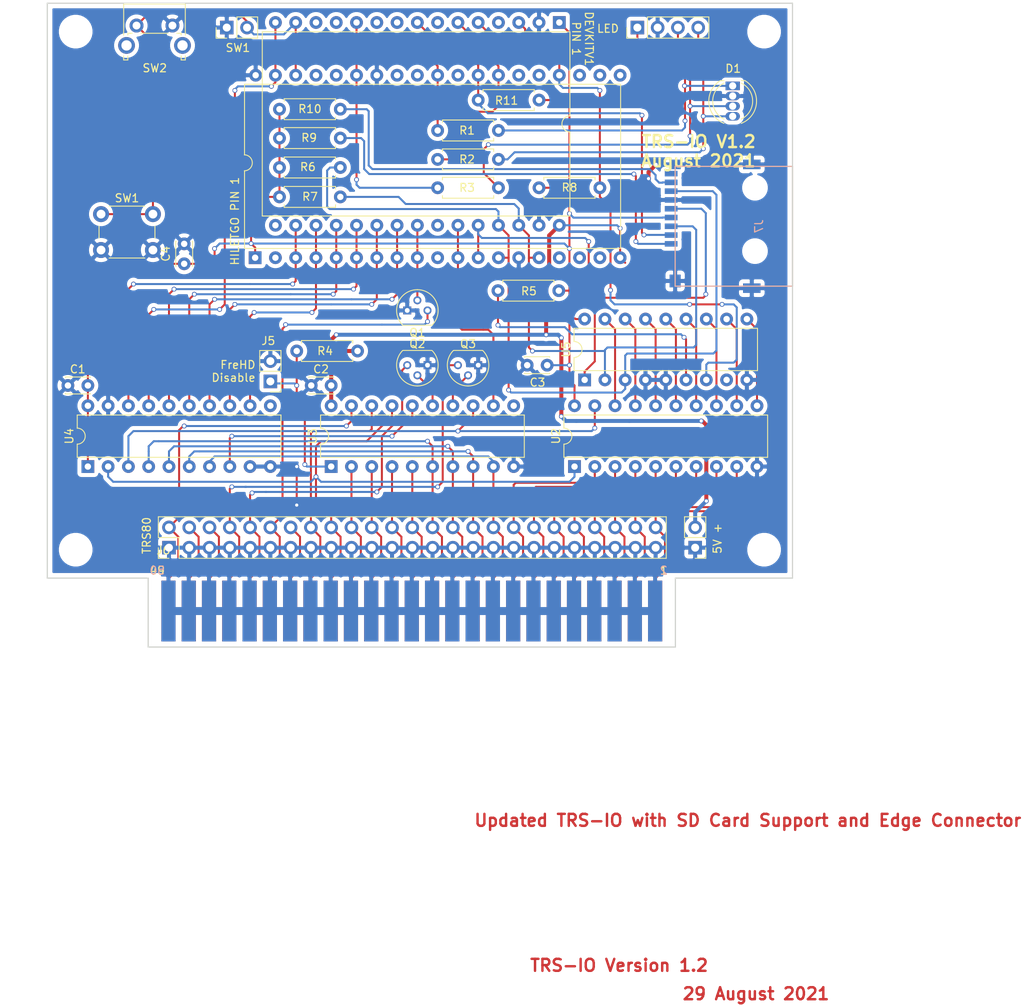
<source format=kicad_pcb>
(kicad_pcb (version 20171130) (host pcbnew "(5.1.5)-3")
  (layers (0 F.Cu signal) (31 B.Cu signal) (34 B.Paste user) (35 F.Paste user) (36 B.SilkS user) (37 F.SilkS user) (38 B.Mask user) (39 F.Mask user) (44 Edge.Cuts user))
  (net 0 "")
  (net 1 +3V3)
  (net 2 GND)
  (net 3 A0)
  (net 4 A1)
  (net 5 A2)
  (net 6 A3)
  (net 7 /ESP32_INT)
  (net 8 /WAIT)
  (net 9 /ESP_EXTIOSEL)
  (net 10 LED_RED)
  (net 11 LED_GREEN)
  (net 12 LED_BLUE)
  (net 13 /ESP32_IN)
  (net 14 ESP32_A2)
  (net 15 ESP32_A3)
  (net 16 ESP32_A0)
  (net 17 ESP32_A1)
  (net 18 /ESP32_WAIT)
  (net 19 /ESP32_SEL)
  (net 20 /ESP_SEL)
  (net 21 /ESP32_P31)
  (net 22 /ESP_P31)
  (net 23 +5V)
  (net 24 BUTTON)
  (net 25 EXT_RED)
  (net 26 EXT_BLUE)
  (net 27 EXT_GREEN)
  (net 28 /XHD)
  (net 29 _IORQ)
  (net 30 _M1)
  (net 31 NC)
  (net 32 _EXTIOSEL)
  (net 33 _IOWAIT)
  (net 34 _IOINT)
  (net 35 _RESET)
  (net 36 _OUT)
  (net 37 _IN)
  (net 38 A7)
  (net 39 A6)
  (net 40 A5)
  (net 41 A4)
  (net 42 D7)
  (net 43 D6)
  (net 44 D5)
  (net 45 D4)
  (net 46 D3)
  (net 47 D2)
  (net 48 D1)
  (net 49 D0)
  (net 50 "Net-(J7-Pad1)")
  (net 51 CS_SD)
  (net 52 MOSI)
  (net 53 SCK)
  (net 54 MISO)
  (net 55 "Net-(J7-Pad8)")
  (net 56 "Net-(R5-Pad2)")
  (net 57 CS_EXPAND)
  (net 58 BD0)
  (net 59 BD1)
  (net 60 BD2)
  (net 61 BD3)
  (net 62 BD4)
  (net 63 BD5)
  (net 64 BD6)
  (net 65 BD7)
  (module Mounting_Holes:MountingHole_2.2mm_M2 (layer F.Cu) (at 214.376 100.0125)
    (fp_text reference REF** hide)
    (fp_text value MountingHole_2.2mm_M2)
    (pad 1 np_thru_hole circle (at 0 0) (size 2.2 2.2) (drill 2.2) (layers *.Cu *.Mask))
  )
  (module Mounting_Holes:MountingHole_2.2mm_M2 (layer F.Cu) (at 214.376 92.075)
    (fp_text reference REF** hide)
    (fp_text value MountingHole_2.2mm_M2)
    (pad 1 np_thru_hole circle (at 0 0) (size 2.2 2.2) (drill 2.2) (layers *.Cu *.Mask))
  )
  (module Mounting_Holes:MountingHole_3.2mm_M3 (layer F.Cu) (at 215.519 137.414)
    (fp_text reference REF** hide)
    (fp_text value MountingHole_3.2mm_M3)
    (pad 1 np_thru_hole circle (at 0 0) (size 3.2 3.2) (drill 3.2) (layers *.Cu *.Mask))
  )
  (module Mounting_Holes:MountingHole_3.2mm_M3 (layer F.Cu) (at 129.286 137.414)
    (fp_text reference REF** hide)
    (fp_text value MountingHole_3.2mm_M3)
    (pad 1 np_thru_hole circle (at 0 0) (size 3.2 3.2) (drill 3.2) (layers *.Cu *.Mask))
  )
  (module Mounting_Holes:MountingHole_3.2mm_M3 (layer F.Cu) (at 215.519 72.517)
    (fp_text reference REF** hide)
    (fp_text value MountingHole_3.2mm_M3)
    (pad 1 np_thru_hole circle (at 0 0) (size 3.2 3.2) (drill 3.2) (layers *.Cu *.Mask))
  )
  (module Mounting_Holes:MountingHole_3.2mm_M3 (layer F.Cu) (at 129.286 72.517)
    (fp_text reference REF** hide)
    (fp_text value MountingHole_3.2mm_M3)
    (pad 1 np_thru_hole circle (at 0 0) (size 3.2 3.2) (drill 3.2) (layers *.Cu *.Mask))
  )
  (module TRSIO:DIP-30_W25.4mm (layer F.Cu) (at 189.865 71.374 270)
    (fp_text reference U1B1 hide)
    (fp_text value ESP32_AliExpress hide)
    (pad 1 thru_hole rect (at 0 0 270) (size 1.6 1.6) (drill 0.8) (layers *.Cu *.Mask) (net 1 +3V3))
    (pad 2 thru_hole oval (at 0 2.54 270) (size 1.6 1.6) (drill 0.8) (layers *.Cu *.Mask) (net 2 GND))
    (pad 3 thru_hole oval (at 0 5.08 270) (size 1.6 1.6) (drill 0.8) (layers *.Cu *.Mask) (net 57 CS_EXPAND))
    (pad 4 thru_hole oval (at 0 7.62 270) (size 1.6 1.6) (drill 0.8) (layers *.Cu *.Mask))
    (pad 5 thru_hole oval (at 0 10.16 270) (size 1.6 1.6) (drill 0.8) (layers *.Cu *.Mask) (net 11 LED_GREEN))
    (pad 6 thru_hole oval (at 0 12.7 270) (size 1.6 1.6) (drill 0.8) (layers *.Cu *.Mask) (net 51 CS_SD))
    (pad 16 thru_hole oval (at 25.4 35.56 270) (size 1.6 1.6) (drill 0.8) (layers *.Cu *.Mask))
    (pad 7 thru_hole oval (at 0 15.24 270) (size 1.6 1.6) (drill 0.8) (layers *.Cu *.Mask))
    (pad 17 thru_hole oval (at 25.4 33.02 270) (size 1.6 1.6) (drill 0.8) (layers *.Cu *.Mask) (net 13 /ESP32_IN))
    (pad 8 thru_hole oval (at 0 17.78 270) (size 1.6 1.6) (drill 0.8) (layers *.Cu *.Mask) (net 10 LED_RED))
    (pad 18 thru_hole oval (at 25.4 30.48 270) (size 1.6 1.6) (drill 0.8) (layers *.Cu *.Mask) (net 21 /ESP32_P31))
    (pad 9 thru_hole oval (at 0 20.32 270) (size 1.6 1.6) (drill 0.8) (layers *.Cu *.Mask))
    (pad 19 thru_hole oval (at 25.4 27.94 270) (size 1.6 1.6) (drill 0.8) (layers *.Cu *.Mask) (net 14 ESP32_A2))
    (pad 10 thru_hole oval (at 0 22.86 270) (size 1.6 1.6) (drill 0.8) (layers *.Cu *.Mask))
    (pad 20 thru_hole oval (at 25.4 25.4 270) (size 1.6 1.6) (drill 0.8) (layers *.Cu *.Mask) (net 15 ESP32_A3))
    (pad 11 thru_hole oval (at 0 25.4 270) (size 1.6 1.6) (drill 0.8) (layers *.Cu *.Mask) (net 12 LED_BLUE))
    (pad 21 thru_hole oval (at 25.4 22.86 270) (size 1.6 1.6) (drill 0.8) (layers *.Cu *.Mask) (net 16 ESP32_A0))
    (pad 12 thru_hole oval (at 0 27.94 270) (size 1.6 1.6) (drill 0.8) (layers *.Cu *.Mask))
    (pad 22 thru_hole oval (at 25.4 20.32 270) (size 1.6 1.6) (drill 0.8) (layers *.Cu *.Mask) (net 17 ESP32_A1))
    (pad 13 thru_hole oval (at 0 30.48 270) (size 1.6 1.6) (drill 0.8) (layers *.Cu *.Mask))
    (pad 23 thru_hole oval (at 25.4 17.78 270) (size 1.6 1.6) (drill 0.8) (layers *.Cu *.Mask) (net 7 /ESP32_INT))
    (pad 14 thru_hole oval (at 0 33.02 270) (size 1.6 1.6) (drill 0.8) (layers *.Cu *.Mask) (net 24 BUTTON))
    (pad 24 thru_hole oval (at 25.4 15.24 270) (size 1.6 1.6) (drill 0.8) (layers *.Cu *.Mask))
    (pad 15 thru_hole oval (at 0 35.56 270) (size 1.6 1.6) (drill 0.8) (layers *.Cu *.Mask) (net 19 /ESP32_SEL))
    (pad 25 thru_hole oval (at 25.4 12.7 270) (size 1.6 1.6) (drill 0.8) (layers *.Cu *.Mask) (net 18 /ESP32_WAIT))
    (pad 26 thru_hole oval (at 25.4 10.16 270) (size 1.6 1.6) (drill 0.8) (layers *.Cu *.Mask) (net 53 SCK))
    (pad 27 thru_hole oval (at 25.4 7.62 270) (size 1.6 1.6) (drill 0.8) (layers *.Cu *.Mask) (net 54 MISO))
    (pad 28 thru_hole oval (at 25.4 5.08 270) (size 1.6 1.6) (drill 0.8) (layers *.Cu *.Mask) (net 52 MOSI))
    (pad 29 thru_hole oval (at 25.4 2.54 270) (size 1.6 1.6) (drill 0.8) (layers *.Cu *.Mask) (net 2 GND))
    (pad 30 thru_hole oval (at 25.4 0 270) (size 1.6 1.6) (drill 0.8) (layers *.Cu *.Mask) (net 23 +5V))
  )
  (module Capacitors_THT:C_Disc_D3.0mm_W2.0mm_P2.50mm (layer F.Cu) (at 130.81 116.84 180)
    (fp_text reference C1 (at 1.27 2.032 180) (layer F.SilkS))
    (fp_text value 0.1 hide)
    (pad 1 thru_hole circle (at 0 0 180) (size 1.6 1.6) (drill 0.8) (layers *.Cu *.Mask) (net 1 +3V3))
    (pad 2 thru_hole circle (at 2.5 0 180) (size 1.6 1.6) (drill 0.8) (layers *.Cu *.Mask) (net 2 GND))
  )
  (module Capacitors_THT:C_Disc_D3.0mm_W2.0mm_P2.50mm (layer F.Cu) (at 161.29 116.84 180)
    (fp_text reference C2 (at 1.27 2.032 180) (layer F.SilkS))
    (fp_text value 0.1 hide)
    (pad 1 thru_hole circle (at 0 0 180) (size 1.6 1.6) (drill 0.8) (layers *.Cu *.Mask) (net 23 +5V))
    (pad 2 thru_hole circle (at 2.5 0 180) (size 1.6 1.6) (drill 0.8) (layers *.Cu *.Mask) (net 2 GND))
  )
  (module Capacitors_THT:C_Disc_D3.0mm_W2.0mm_P2.50mm (layer F.Cu) (at 188.341 114.3 180)
    (fp_text reference C3 (at 1.2065 -2.159 180) (layer F.SilkS))
    (fp_text value 0.1 hide)
    (pad 1 thru_hole circle (at 0 0 180) (size 1.6 1.6) (drill 0.8) (layers *.Cu *.Mask) (net 1 +3V3))
    (pad 2 thru_hole circle (at 2.5 0 180) (size 1.6 1.6) (drill 0.8) (layers *.Cu *.Mask) (net 2 GND))
  )
  (module Capacitors_THT:C_Disc_D3.0mm_W2.0mm_P2.50mm (layer F.Cu) (at 142.875 101.6 90)
    (fp_text reference C4 (at 1.25 -2.31 90) (layer F.SilkS))
    (fp_text value 0.1)
    (pad 1 thru_hole circle (at 0 0 90) (size 1.6 1.6) (drill 0.8) (layers *.Cu *.Mask) (net 1 +3V3))
    (pad 2 thru_hole circle (at 2.5 0 90) (size 1.6 1.6) (drill 0.8) (layers *.Cu *.Mask) (net 2 GND))
  )
  (module LEDs:LED_D5.0mm-4 (layer F.Cu) (at 211.582 79.3115 270)
    (fp_text reference D1 (at -2.159 -0.0635) (layer F.SilkS))
    (fp_text value LED_RCBG hide)
    (pad 1 thru_hole rect (at 0 0 270) (size 1.07 1.8) (drill 0.9) (layers *.Cu *.Mask) (net 25 EXT_RED))
    (pad 2 thru_hole oval (at 1.27 0 270) (size 1.07 1.8) (drill 0.9) (layers *.Cu *.Mask) (net 2 GND))
    (pad 3 thru_hole oval (at 2.54 0 270) (size 1.07 1.8) (drill 0.9) (layers *.Cu *.Mask) (net 26 EXT_BLUE))
    (pad 4 thru_hole oval (at 3.81 0 270) (size 1.07 1.8) (drill 0.9) (layers *.Cu *.Mask) (net 27 EXT_GREEN))
  )
  (module TO_SOT_Packages_THT:TO-92_Molded_Narrow (layer F.Cu) (at 170.815 107.442)
    (fp_text reference Q1 (at 1.27 2.794) (layer F.SilkS))
    (fp_text value 2N7000 hide)
    (pad 2 thru_hole circle (at 1.27 -1.27 90) (size 1 1) (drill 0.6) (layers *.Cu *.Mask) (net 7 /ESP32_INT))
    (pad 3 thru_hole circle (at 2.54 0 90) (size 1 1) (drill 0.6) (layers *.Cu *.Mask) (net 34 _IOINT))
    (pad 1 thru_hole rect (at 0 0 90) (size 1 1) (drill 0.6) (layers *.Cu *.Mask) (net 2 GND))
  )
  (module TO_SOT_Packages_THT:TO-92_Molded_Narrow (layer F.Cu) (at 173.355 114.3 180)
    (fp_text reference Q2 (at 1.27 2.667 180) (layer F.SilkS))
    (fp_text value 2N7000 hide)
    (pad 2 thru_hole circle (at 1.27 -1.27 270) (size 1 1) (drill 0.6) (layers *.Cu *.Mask) (net 8 /WAIT))
    (pad 3 thru_hole circle (at 2.54 0 270) (size 1 1) (drill 0.6) (layers *.Cu *.Mask) (net 33 _IOWAIT))
    (pad 1 thru_hole rect (at 0 0 270) (size 1 1) (drill 0.6) (layers *.Cu *.Mask) (net 2 GND))
  )
  (module TO_SOT_Packages_THT:TO-92_Molded_Narrow (layer F.Cu) (at 179.705 114.3 180)
    (fp_text reference Q3 (at 1.27 2.667 180) (layer F.SilkS))
    (fp_text value 2N7000 hide)
    (pad 2 thru_hole circle (at 1.27 -1.27 270) (size 1 1) (drill 0.6) (layers *.Cu *.Mask) (net 9 /ESP_EXTIOSEL))
    (pad 3 thru_hole circle (at 2.54 0 270) (size 1 1) (drill 0.6) (layers *.Cu *.Mask) (net 32 _EXTIOSEL))
    (pad 1 thru_hole rect (at 0 0 270) (size 1 1) (drill 0.6) (layers *.Cu *.Mask) (net 2 GND))
  )
  (module Resistors_THT:R_Axial_DIN0207_L6.3mm_D2.5mm_P7.62mm_Horizontal (layer F.Cu) (at 174.625 84.8995)
    (fp_text reference R1 (at 3.683 0) (layer F.SilkS))
    (fp_text value 100 hide)
    (pad 1 thru_hole circle (at 0 0) (size 1.6 1.6) (drill 0.8) (layers *.Cu *.Mask) (net 10 LED_RED))
    (pad 2 thru_hole oval (at 7.62 0) (size 1.6 1.6) (drill 0.8) (layers *.Cu *.Mask) (net 25 EXT_RED))
  )
  (module Resistors_THT:R_Axial_DIN0207_L6.3mm_D2.5mm_P7.62mm_Horizontal (layer F.Cu) (at 174.625 88.519)
    (fp_text reference R2 (at 3.683 0) (layer F.SilkS))
    (fp_text value 100 hide)
    (pad 1 thru_hole circle (at 0 0) (size 1.6 1.6) (drill 0.8) (layers *.Cu *.Mask) (net 11 LED_GREEN))
    (pad 2 thru_hole oval (at 7.62 0) (size 1.6 1.6) (drill 0.8) (layers *.Cu *.Mask) (net 27 EXT_GREEN))
  )
  (module Resistors_THT:R_Axial_DIN0207_L6.3mm_D2.5mm_P7.62mm_Horizontal (layer F.Cu) (at 174.625 92.075)
    (fp_text reference R3 (at 3.683 0) (layer F.SilkS))
    (fp_text value 100 hide)
    (pad 1 thru_hole circle (at 0 0) (size 1.6 1.6) (drill 0.8) (layers *.Cu *.Mask) (net 12 LED_BLUE))
    (pad 2 thru_hole oval (at 7.62 0) (size 1.6 1.6) (drill 0.8) (layers *.Cu *.Mask) (net 26 EXT_BLUE))
  )
  (module Buttons_Switches_THT:SW_PUSH_6mm_h9.5mm (layer F.Cu) (at 132.461 95.377)
    (fp_text reference SW1 (at 3.25 -2) (layer F.SilkS))
    (fp_text value SW_Push hide)
    (pad 2 thru_hole circle (at 0 4.5 90) (size 2 2) (drill 1.1) (layers *.Cu *.Mask) (net 2 GND))
    (pad 1 thru_hole circle (at 0 0 90) (size 2 2) (drill 1.1) (layers *.Cu *.Mask) (net 24 BUTTON))
    (pad 2 thru_hole circle (at 6.5 4.5 90) (size 2 2) (drill 1.1) (layers *.Cu *.Mask) (net 2 GND))
    (pad 1 thru_hole circle (at 6.5 0 90) (size 2 2) (drill 1.1) (layers *.Cu *.Mask) (net 24 BUTTON))
  )
  (module Housings_DIP:DIP-20_W7.62mm (layer F.Cu) (at 191.77 127 90)
    (fp_text reference U2 (at 3.81 -2.33 90) (layer F.SilkS))
    (fp_text value 74LVC245)
    (pad 1 thru_hole rect (at 0 0 90) (size 1.6 1.6) (drill 0.8) (layers *.Cu *.Mask) (net 37 _IN))
    (pad 11 thru_hole oval (at 7.62 22.86 90) (size 1.6 1.6) (drill 0.8) (layers *.Cu *.Mask) (net 58 BD0))
    (pad 2 thru_hole oval (at 0 2.54 90) (size 1.6 1.6) (drill 0.8) (layers *.Cu *.Mask) (net 42 D7))
    (pad 12 thru_hole oval (at 7.62 20.32 90) (size 1.6 1.6) (drill 0.8) (layers *.Cu *.Mask) (net 59 BD1))
    (pad 3 thru_hole oval (at 0 5.08 90) (size 1.6 1.6) (drill 0.8) (layers *.Cu *.Mask) (net 43 D6))
    (pad 13 thru_hole oval (at 7.62 17.78 90) (size 1.6 1.6) (drill 0.8) (layers *.Cu *.Mask) (net 60 BD2))
    (pad 4 thru_hole oval (at 0 7.62 90) (size 1.6 1.6) (drill 0.8) (layers *.Cu *.Mask) (net 44 D5))
    (pad 14 thru_hole oval (at 7.62 15.24 90) (size 1.6 1.6) (drill 0.8) (layers *.Cu *.Mask) (net 61 BD3))
    (pad 5 thru_hole oval (at 0 10.16 90) (size 1.6 1.6) (drill 0.8) (layers *.Cu *.Mask) (net 45 D4))
    (pad 15 thru_hole oval (at 7.62 12.7 90) (size 1.6 1.6) (drill 0.8) (layers *.Cu *.Mask) (net 62 BD4))
    (pad 6 thru_hole oval (at 0 12.7 90) (size 1.6 1.6) (drill 0.8) (layers *.Cu *.Mask) (net 46 D3))
    (pad 16 thru_hole oval (at 7.62 10.16 90) (size 1.6 1.6) (drill 0.8) (layers *.Cu *.Mask) (net 63 BD5))
    (pad 7 thru_hole oval (at 0 15.24 90) (size 1.6 1.6) (drill 0.8) (layers *.Cu *.Mask) (net 47 D2))
    (pad 17 thru_hole oval (at 7.62 7.62 90) (size 1.6 1.6) (drill 0.8) (layers *.Cu *.Mask) (net 64 BD6))
    (pad 8 thru_hole oval (at 0 17.78 90) (size 1.6 1.6) (drill 0.8) (layers *.Cu *.Mask) (net 48 D1))
    (pad 18 thru_hole oval (at 7.62 5.08 90) (size 1.6 1.6) (drill 0.8) (layers *.Cu *.Mask) (net 65 BD7))
    (pad 9 thru_hole oval (at 0 20.32 90) (size 1.6 1.6) (drill 0.8) (layers *.Cu *.Mask) (net 49 D0))
    (pad 19 thru_hole oval (at 7.62 2.54 90) (size 1.6 1.6) (drill 0.8) (layers *.Cu *.Mask) (net 20 /ESP_SEL))
    (pad 10 thru_hole oval (at 0 22.86 90) (size 1.6 1.6) (drill 0.8) (layers *.Cu *.Mask) (net 2 GND))
    (pad 20 thru_hole oval (at 7.62 0 90) (size 1.6 1.6) (drill 0.8) (layers *.Cu *.Mask) (net 1 +3V3))
  )
  (module Housings_DIP:DIP-20_W7.62mm (layer F.Cu) (at 161.29 127 90)
    (fp_text reference U3 (at 3.81 -2.33 90) (layer F.SilkS))
    (fp_text value GAL16V8 hide)
    (pad 1 thru_hole rect (at 0 0 90) (size 1.6 1.6) (drill 0.8) (layers *.Cu *.Mask) (net 28 /XHD))
    (pad 11 thru_hole oval (at 7.62 22.86 90) (size 1.6 1.6) (drill 0.8) (layers *.Cu *.Mask))
    (pad 2 thru_hole oval (at 0 2.54 90) (size 1.6 1.6) (drill 0.8) (layers *.Cu *.Mask) (net 38 A7))
    (pad 12 thru_hole oval (at 7.62 20.32 90) (size 1.6 1.6) (drill 0.8) (layers *.Cu *.Mask) (net 18 /ESP32_WAIT))
    (pad 3 thru_hole oval (at 0 5.08 90) (size 1.6 1.6) (drill 0.8) (layers *.Cu *.Mask) (net 39 A6))
    (pad 13 thru_hole oval (at 7.62 17.78 90) (size 1.6 1.6) (drill 0.8) (layers *.Cu *.Mask) (net 20 /ESP_SEL))
    (pad 4 thru_hole oval (at 0 7.62 90) (size 1.6 1.6) (drill 0.8) (layers *.Cu *.Mask) (net 40 A5))
    (pad 14 thru_hole oval (at 7.62 15.24 90) (size 1.6 1.6) (drill 0.8) (layers *.Cu *.Mask) (net 9 /ESP_EXTIOSEL))
    (pad 5 thru_hole oval (at 0 10.16 90) (size 1.6 1.6) (drill 0.8) (layers *.Cu *.Mask) (net 41 A4))
    (pad 15 thru_hole oval (at 7.62 12.7 90) (size 1.6 1.6) (drill 0.8) (layers *.Cu *.Mask) (net 8 /WAIT))
    (pad 6 thru_hole oval (at 0 12.7 90) (size 1.6 1.6) (drill 0.8) (layers *.Cu *.Mask) (net 6 A3))
    (pad 16 thru_hole oval (at 7.62 10.16 90) (size 1.6 1.6) (drill 0.8) (layers *.Cu *.Mask) (net 22 /ESP_P31))
    (pad 7 thru_hole oval (at 0 15.24 90) (size 1.6 1.6) (drill 0.8) (layers *.Cu *.Mask) (net 5 A2))
    (pad 17 thru_hole oval (at 7.62 7.62 90) (size 1.6 1.6) (drill 0.8) (layers *.Cu *.Mask) (net 37 _IN))
    (pad 8 thru_hole oval (at 0 17.78 90) (size 1.6 1.6) (drill 0.8) (layers *.Cu *.Mask) (net 4 A1))
    (pad 18 thru_hole oval (at 7.62 5.08 90) (size 1.6 1.6) (drill 0.8) (layers *.Cu *.Mask) (net 36 _OUT))
    (pad 9 thru_hole oval (at 0 20.32 90) (size 1.6 1.6) (drill 0.8) (layers *.Cu *.Mask) (net 3 A0))
    (pad 19 thru_hole oval (at 7.62 2.54 90) (size 1.6 1.6) (drill 0.8) (layers *.Cu *.Mask) (net 29 _IORQ))
    (pad 10 thru_hole oval (at 0 22.86 90) (size 1.6 1.6) (drill 0.8) (layers *.Cu *.Mask) (net 2 GND))
    (pad 20 thru_hole oval (at 7.62 0 90) (size 1.6 1.6) (drill 0.8) (layers *.Cu *.Mask) (net 23 +5V))
  )
  (module Housings_DIP:DIP-20_W7.62mm (layer F.Cu) (at 130.81 127 90)
    (fp_text reference U4 (at 3.81 -2.33 90) (layer F.SilkS))
    (fp_text value 74LVC245 hide)
    (pad 1 thru_hole rect (at 0 0 90) (size 1.6 1.6) (drill 0.8) (layers *.Cu *.Mask) (net 1 +3V3))
    (pad 11 thru_hole oval (at 7.62 22.86 90) (size 1.6 1.6) (drill 0.8) (layers *.Cu *.Mask))
    (pad 2 thru_hole oval (at 0 2.54 90) (size 1.6 1.6) (drill 0.8) (layers *.Cu *.Mask) (net 37 _IN))
    (pad 12 thru_hole oval (at 7.62 20.32 90) (size 1.6 1.6) (drill 0.8) (layers *.Cu *.Mask) (net 21 /ESP32_P31))
    (pad 3 thru_hole oval (at 0 5.08 90) (size 1.6 1.6) (drill 0.8) (layers *.Cu *.Mask) (net 20 /ESP_SEL))
    (pad 13 thru_hole oval (at 7.62 17.78 90) (size 1.6 1.6) (drill 0.8) (layers *.Cu *.Mask) (net 16 ESP32_A0))
    (pad 4 thru_hole oval (at 0 7.62 90) (size 1.6 1.6) (drill 0.8) (layers *.Cu *.Mask) (net 6 A3))
    (pad 14 thru_hole oval (at 7.62 15.24 90) (size 1.6 1.6) (drill 0.8) (layers *.Cu *.Mask) (net 17 ESP32_A1))
    (pad 5 thru_hole oval (at 0 10.16 90) (size 1.6 1.6) (drill 0.8) (layers *.Cu *.Mask) (net 5 A2))
    (pad 15 thru_hole oval (at 7.62 12.7 90) (size 1.6 1.6) (drill 0.8) (layers *.Cu *.Mask) (net 14 ESP32_A2))
    (pad 6 thru_hole oval (at 0 12.7 90) (size 1.6 1.6) (drill 0.8) (layers *.Cu *.Mask) (net 4 A1))
    (pad 16 thru_hole oval (at 7.62 10.16 90) (size 1.6 1.6) (drill 0.8) (layers *.Cu *.Mask) (net 15 ESP32_A3))
    (pad 7 thru_hole oval (at 0 15.24 90) (size 1.6 1.6) (drill 0.8) (layers *.Cu *.Mask) (net 3 A0))
    (pad 17 thru_hole oval (at 7.62 7.62 90) (size 1.6 1.6) (drill 0.8) (layers *.Cu *.Mask) (net 19 /ESP32_SEL))
    (pad 8 thru_hole oval (at 0 17.78 90) (size 1.6 1.6) (drill 0.8) (layers *.Cu *.Mask) (net 22 /ESP_P31))
    (pad 18 thru_hole oval (at 7.62 5.08 90) (size 1.6 1.6) (drill 0.8) (layers *.Cu *.Mask) (net 13 /ESP32_IN))
    (pad 9 thru_hole oval (at 0 20.32 90) (size 1.6 1.6) (drill 0.8) (layers *.Cu *.Mask) (net 2 GND))
    (pad 19 thru_hole oval (at 7.62 2.54 90) (size 1.6 1.6) (drill 0.8) (layers *.Cu *.Mask) (net 2 GND))
    (pad 10 thru_hole oval (at 0 22.86 90) (size 1.6 1.6) (drill 0.8) (layers *.Cu *.Mask) (net 2 GND))
    (pad 20 thru_hole oval (at 7.62 0 90) (size 1.6 1.6) (drill 0.8) (layers *.Cu *.Mask) (net 1 +3V3))
  )
  (module TRSIO:Pin_Header_Straight_2x25_Pitch2.54mm (layer F.Cu) (at 140.97 137.16 90)
    (fp_text reference J1 hide)
    (fp_text value "TRS80 " hide)
    (pad 50 thru_hole rect (at 0 0 90) (size 1.7 1.7) (drill 1) (layers *.Cu *.Mask) (net 2 GND))
    (pad 49 thru_hole oval (at 2.54 0 90) (size 1.7 1.7) (drill 1) (layers *.Cu *.Mask) (net 29 _IORQ))
    (pad 48 thru_hole oval (at 0 2.54 90) (size 1.7 1.7) (drill 1) (layers *.Cu *.Mask) (net 2 GND))
    (pad 47 thru_hole oval (at 2.54 2.54 90) (size 1.7 1.7) (drill 1) (layers *.Cu *.Mask) (net 30 _M1))
    (pad 46 thru_hole oval (at 0 5.08 90) (size 1.7 1.7) (drill 1) (layers *.Cu *.Mask) (net 2 GND))
    (pad 45 thru_hole oval (at 2.54 5.08 90) (size 1.7 1.7) (drill 1) (layers *.Cu *.Mask) (net 31 NC))
    (pad 44 thru_hole oval (at 0 7.62 90) (size 1.7 1.7) (drill 1) (layers *.Cu *.Mask) (net 2 GND))
    (pad 43 thru_hole oval (at 2.54 7.62 90) (size 1.7 1.7) (drill 1) (layers *.Cu *.Mask) (net 32 _EXTIOSEL))
    (pad 42 thru_hole oval (at 0 10.16 90) (size 1.7 1.7) (drill 1) (layers *.Cu *.Mask) (net 2 GND))
    (pad 41 thru_hole oval (at 2.54 10.16 90) (size 1.7 1.7) (drill 1) (layers *.Cu *.Mask) (net 33 _IOWAIT))
    (pad 40 thru_hole oval (at 0 12.7 90) (size 1.7 1.7) (drill 1) (layers *.Cu *.Mask) (net 2 GND))
    (pad 39 thru_hole oval (at 2.54 12.7 90) (size 1.7 1.7) (drill 1) (layers *.Cu *.Mask) (net 34 _IOINT))
    (pad 38 thru_hole oval (at 0 15.24 90) (size 1.7 1.7) (drill 1) (layers *.Cu *.Mask) (net 2 GND))
    (pad 37 thru_hole oval (at 2.54 15.24 90) (size 1.7 1.7) (drill 1) (layers *.Cu *.Mask) (net 35 _RESET))
    (pad 36 thru_hole oval (at 0 17.78 90) (size 1.7 1.7) (drill 1) (layers *.Cu *.Mask) (net 2 GND))
    (pad 35 thru_hole oval (at 2.54 17.78 90) (size 1.7 1.7) (drill 1) (layers *.Cu *.Mask) (net 36 _OUT))
    (pad 34 thru_hole oval (at 0 20.32 90) (size 1.7 1.7) (drill 1) (layers *.Cu *.Mask) (net 2 GND))
    (pad 33 thru_hole oval (at 2.54 20.32 90) (size 1.7 1.7) (drill 1) (layers *.Cu *.Mask) (net 37 _IN))
    (pad 32 thru_hole oval (at 0 22.86 90) (size 1.7 1.7) (drill 1) (layers *.Cu *.Mask) (net 2 GND))
    (pad 31 thru_hole oval (at 2.54 22.86 90) (size 1.7 1.7) (drill 1) (layers *.Cu *.Mask) (net 38 A7))
    (pad 30 thru_hole oval (at 0 25.4 90) (size 1.7 1.7) (drill 1) (layers *.Cu *.Mask) (net 2 GND))
    (pad 29 thru_hole oval (at 2.54 25.4 90) (size 1.7 1.7) (drill 1) (layers *.Cu *.Mask) (net 39 A6))
    (pad 28 thru_hole oval (at 0 27.94 90) (size 1.7 1.7) (drill 1) (layers *.Cu *.Mask) (net 2 GND))
    (pad 27 thru_hole oval (at 2.54 27.94 90) (size 1.7 1.7) (drill 1) (layers *.Cu *.Mask) (net 40 A5))
    (pad 26 thru_hole oval (at 0 30.48 90) (size 1.7 1.7) (drill 1) (layers *.Cu *.Mask) (net 2 GND))
    (pad 25 thru_hole oval (at 2.54 30.48 90) (size 1.7 1.7) (drill 1) (layers *.Cu *.Mask) (net 41 A4))
    (pad 24 thru_hole oval (at 0 33.02 90) (size 1.7 1.7) (drill 1) (layers *.Cu *.Mask) (net 2 GND))
    (pad 23 thru_hole oval (at 2.54 33.02 90) (size 1.7 1.7) (drill 1) (layers *.Cu *.Mask) (net 6 A3))
    (pad 22 thru_hole oval (at 0 35.56 90) (size 1.7 1.7) (drill 1) (layers *.Cu *.Mask) (net 2 GND))
    (pad 21 thru_hole oval (at 2.54 35.56 90) (size 1.7 1.7) (drill 1) (layers *.Cu *.Mask) (net 5 A2))
    (pad 20 thru_hole oval (at 0 38.1 90) (size 1.7 1.7) (drill 1) (layers *.Cu *.Mask) (net 2 GND))
    (pad 19 thru_hole oval (at 2.54 38.1 90) (size 1.7 1.7) (drill 1) (layers *.Cu *.Mask) (net 4 A1))
    (pad 18 thru_hole oval (at 0 40.64 90) (size 1.7 1.7) (drill 1) (layers *.Cu *.Mask) (net 2 GND))
    (pad 17 thru_hole oval (at 2.54 40.64 90) (size 1.7 1.7) (drill 1) (layers *.Cu *.Mask) (net 3 A0))
    (pad 16 thru_hole oval (at 0 43.18 90) (size 1.7 1.7) (drill 1) (layers *.Cu *.Mask) (net 2 GND))
    (pad 15 thru_hole oval (at 2.54 43.18 90) (size 1.7 1.7) (drill 1) (layers *.Cu *.Mask) (net 42 D7))
    (pad 14 thru_hole oval (at 0 45.72 90) (size 1.7 1.7) (drill 1) (layers *.Cu *.Mask) (net 2 GND))
    (pad 13 thru_hole oval (at 2.54 45.72 90) (size 1.7 1.7) (drill 1) (layers *.Cu *.Mask) (net 43 D6))
    (pad 12 thru_hole oval (at 0 48.26 90) (size 1.7 1.7) (drill 1) (layers *.Cu *.Mask) (net 2 GND))
    (pad 11 thru_hole oval (at 2.54 48.26 90) (size 1.7 1.7) (drill 1) (layers *.Cu *.Mask) (net 44 D5))
    (pad 10 thru_hole oval (at 0 50.8 90) (size 1.7 1.7) (drill 1) (layers *.Cu *.Mask) (net 2 GND))
    (pad 9 thru_hole oval (at 2.54 50.8 90) (size 1.7 1.7) (drill 1) (layers *.Cu *.Mask) (net 45 D4))
    (pad 8 thru_hole oval (at 0 53.34 90) (size 1.7 1.7) (drill 1) (layers *.Cu *.Mask) (net 2 GND))
    (pad 7 thru_hole oval (at 2.54 53.34 90) (size 1.7 1.7) (drill 1) (layers *.Cu *.Mask) (net 46 D3))
    (pad 6 thru_hole oval (at 0 55.88 90) (size 1.7 1.7) (drill 1) (layers *.Cu *.Mask) (net 2 GND))
    (pad 5 thru_hole oval (at 2.54 55.88 90) (size 1.7 1.7) (drill 1) (layers *.Cu *.Mask) (net 47 D2))
    (pad 4 thru_hole oval (at 0 58.42 90) (size 1.7 1.7) (drill 1) (layers *.Cu *.Mask) (net 2 GND))
    (pad 3 thru_hole oval (at 2.54 58.42 90) (size 1.7 1.7) (drill 1) (layers *.Cu *.Mask) (net 48 D1))
    (pad 2 thru_hole oval (at 0 60.96 90) (size 1.7 1.7) (drill 1) (layers *.Cu *.Mask) (net 2 GND))
    (pad 1 thru_hole oval (at 2.54 60.96 90) (size 1.7 1.7) (drill 1) (layers *.Cu *.Mask) (net 49 D0))
  )
  (module TRSIO:DIP-38_W22.9mm (layer F.Cu) (at 151.765 100.838 90)
    (fp_text reference U1A1 hide)
    (fp_text value ESP32S hide)
    (pad 1 thru_hole rect (at 0 0 90) (size 1.6 1.6) (drill 0.8) (layers *.Cu *.Mask) (net 1 +3V3))
    (pad 2 thru_hole oval (at 0 2.54 90) (size 1.6 1.6) (drill 0.8) (layers *.Cu *.Mask))
    (pad 20 thru_hole oval (at 22.86 45.72 90) (size 1.6 1.6) (drill 0.8) (layers *.Cu *.Mask))
    (pad 3 thru_hole oval (at 0 5.08 90) (size 1.6 1.6) (drill 0.8) (layers *.Cu *.Mask) (net 13 /ESP32_IN))
    (pad 21 thru_hole oval (at 22.86 43.18 90) (size 1.6 1.6) (drill 0.8) (layers *.Cu *.Mask))
    (pad 4 thru_hole oval (at 0 7.62 90) (size 1.6 1.6) (drill 0.8) (layers *.Cu *.Mask) (net 21 /ESP32_P31))
    (pad 22 thru_hole oval (at 22.86 40.64 90) (size 1.6 1.6) (drill 0.8) (layers *.Cu *.Mask))
    (pad 5 thru_hole oval (at 0 10.16 90) (size 1.6 1.6) (drill 0.8) (layers *.Cu *.Mask) (net 14 ESP32_A2))
    (pad 23 thru_hole oval (at 22.86 38.1 90) (size 1.6 1.6) (drill 0.8) (layers *.Cu *.Mask) (net 57 CS_EXPAND))
    (pad 6 thru_hole oval (at 0 12.7 90) (size 1.6 1.6) (drill 0.8) (layers *.Cu *.Mask) (net 15 ESP32_A3))
    (pad 24 thru_hole oval (at 22.86 35.56 90) (size 1.6 1.6) (drill 0.8) (layers *.Cu *.Mask))
    (pad 7 thru_hole oval (at 0 15.24 90) (size 1.6 1.6) (drill 0.8) (layers *.Cu *.Mask) (net 16 ESP32_A0))
    (pad 25 thru_hole oval (at 22.86 33.02 90) (size 1.6 1.6) (drill 0.8) (layers *.Cu *.Mask))
    (pad 8 thru_hole oval (at 0 17.78 90) (size 1.6 1.6) (drill 0.8) (layers *.Cu *.Mask) (net 17 ESP32_A1))
    (pad 26 thru_hole oval (at 22.86 30.48 90) (size 1.6 1.6) (drill 0.8) (layers *.Cu *.Mask) (net 11 LED_GREEN))
    (pad 9 thru_hole oval (at 0 20.32 90) (size 1.6 1.6) (drill 0.8) (layers *.Cu *.Mask) (net 7 /ESP32_INT))
    (pad 27 thru_hole oval (at 22.86 27.94 90) (size 1.6 1.6) (drill 0.8) (layers *.Cu *.Mask) (net 51 CS_SD))
    (pad 10 thru_hole oval (at 0 22.86 90) (size 1.6 1.6) (drill 0.8) (layers *.Cu *.Mask))
    (pad 28 thru_hole oval (at 22.86 25.4 90) (size 1.6 1.6) (drill 0.8) (layers *.Cu *.Mask))
    (pad 11 thru_hole oval (at 0 25.4 90) (size 1.6 1.6) (drill 0.8) (layers *.Cu *.Mask) (net 18 /ESP32_WAIT))
    (pad 29 thru_hole oval (at 22.86 22.86 90) (size 1.6 1.6) (drill 0.8) (layers *.Cu *.Mask) (net 10 LED_RED))
    (pad 12 thru_hole oval (at 0 27.94 90) (size 1.6 1.6) (drill 0.8) (layers *.Cu *.Mask) (net 53 SCK))
    (pad 30 thru_hole oval (at 22.86 20.32 90) (size 1.6 1.6) (drill 0.8) (layers *.Cu *.Mask))
    (pad 13 thru_hole oval (at 0 30.48 90) (size 1.6 1.6) (drill 0.8) (layers *.Cu *.Mask) (net 54 MISO))
    (pad 31 thru_hole oval (at 22.86 17.78 90) (size 1.6 1.6) (drill 0.8) (layers *.Cu *.Mask))
    (pad 14 thru_hole oval (at 0 33.02 90) (size 1.6 1.6) (drill 0.8) (layers *.Cu *.Mask) (net 2 GND))
    (pad 32 thru_hole oval (at 22.86 15.24 90) (size 1.6 1.6) (drill 0.8) (layers *.Cu *.Mask) (net 2 GND))
    (pad 15 thru_hole oval (at 0 35.56 90) (size 1.6 1.6) (drill 0.8) (layers *.Cu *.Mask) (net 52 MOSI))
    (pad 33 thru_hole oval (at 22.86 12.7 90) (size 1.6 1.6) (drill 0.8) (layers *.Cu *.Mask) (net 12 LED_BLUE))
    (pad 16 thru_hole oval (at 0 38.1 90) (size 1.6 1.6) (drill 0.8) (layers *.Cu *.Mask))
    (pad 34 thru_hole oval (at 22.86 10.16 90) (size 1.6 1.6) (drill 0.8) (layers *.Cu *.Mask))
    (pad 17 thru_hole oval (at 0 40.64 90) (size 1.6 1.6) (drill 0.8) (layers *.Cu *.Mask))
    (pad 35 thru_hole oval (at 22.86 7.62 90) (size 1.6 1.6) (drill 0.8) (layers *.Cu *.Mask))
    (pad 18 thru_hole oval (at 0 43.18 90) (size 1.6 1.6) (drill 0.8) (layers *.Cu *.Mask))
    (pad 36 thru_hole oval (at 22.86 5.08 90) (size 1.6 1.6) (drill 0.8) (layers *.Cu *.Mask) (net 24 BUTTON))
    (pad 19 thru_hole oval (at 0 45.72 90) (size 1.6 1.6) (drill 0.8) (layers *.Cu *.Mask) (net 23 +5V))
    (pad 37 thru_hole oval (at 22.86 2.54 90) (size 1.6 1.6) (drill 0.8) (layers *.Cu *.Mask) (net 19 /ESP32_SEL))
    (pad 38 thru_hole oval (at 22.86 0.0635 90) (size 1.6 1.6) (drill 0.8) (layers *.Cu *.Mask) (net 2 GND))
  )
  (module Pin_Headers:Pin_Header_Straight_1x02_Pitch2.54mm (layer F.Cu) (at 206.883 137.16 180)
    (fp_text reference J2 hide)
    (fp_text value +5V hide)
    (pad 1 thru_hole rect (at 0 0 180) (size 1.7 1.7) (drill 1) (layers *.Cu *.Mask) (net 2 GND))
    (pad 2 thru_hole oval (at 0 2.54 180) (size 1.7 1.7) (drill 1) (layers *.Cu *.Mask) (net 23 +5V))
  )
  (module Pin_Headers:Pin_Header_Straight_1x02_Pitch2.54mm (layer F.Cu) (at 148.209 72.009 90)
    (fp_text reference J3 hide)
    (fp_text value BUTTON hide)
    (pad 1 thru_hole rect (at 0 0 90) (size 1.7 1.7) (drill 1) (layers *.Cu *.Mask) (net 2 GND))
    (pad 2 thru_hole oval (at 0 2.54 90) (size 1.7 1.7) (drill 1) (layers *.Cu *.Mask) (net 24 BUTTON))
  )
  (module Pin_Headers:Pin_Header_Straight_1x04_Pitch2.54mm (layer F.Cu) (at 199.644 72.009 90)
    (fp_text reference J4 hide)
    (fp_text value LED hide)
    (pad 1 thru_hole rect (at 0 0 90) (size 1.7 1.7) (drill 1) (layers *.Cu *.Mask) (net 25 EXT_RED))
    (pad 2 thru_hole oval (at 0 2.54 90) (size 1.7 1.7) (drill 1) (layers *.Cu *.Mask) (net 2 GND))
    (pad 3 thru_hole oval (at 0 5.08 90) (size 1.7 1.7) (drill 1) (layers *.Cu *.Mask) (net 26 EXT_BLUE))
    (pad 4 thru_hole oval (at 0 7.62 90) (size 1.7 1.7) (drill 1) (layers *.Cu *.Mask) (net 27 EXT_GREEN))
  )
  (module Buttons_Switches_THT:SW_Tactile_SPST_Angled_PTS645Vx31-2LFS (layer F.Cu) (at 136.906 71.755)
    (fp_text reference SW2 (at 2.286 5.334) (layer F.SilkS))
    (fp_text value "Right Angle" hide)
    (pad "" thru_hole circle (at 5.76 2.49) (size 2.1 2.1) (drill 1.3) (layers *.Cu *.Mask))
    (pad 2 thru_hole circle (at 4.5 0) (size 1.75 1.75) (drill 0.99) (layers *.Cu *.Mask) (net 2 GND))
    (pad 1 thru_hole circle (at 0 0) (size 1.75 1.75) (drill 0.99) (layers *.Cu *.Mask) (net 24 BUTTON))
    (pad "" thru_hole circle (at -1.25 2.49) (size 2.1 2.1) (drill 1.3) (layers *.Cu *.Mask))
  )
  (module Pin_Headers:Pin_Header_Straight_1x02_Pitch2.54mm (layer F.Cu) (at 153.67 116.332 180)
    (fp_text reference J5 (at 0.254 5.08 180) (layer F.SilkS))
    (fp_text value "FreHD Disable" hide)
    (pad 1 thru_hole rect (at 0 0 180) (size 1.7 1.7) (drill 1) (layers *.Cu *.Mask) (net 28 /XHD))
    (pad 2 thru_hole oval (at 0 2.54 180) (size 1.7 1.7) (drill 1) (layers *.Cu *.Mask) (net 2 GND))
  )
  (module Resistors_THT:R_Axial_DIN0207_L6.3mm_D2.5mm_P7.62mm_Horizontal (layer F.Cu) (at 164.592 112.522 180)
    (fp_text reference R4 (at 4.064 0 180) (layer F.SilkS))
    (fp_text value 4K7 hide)
    (pad 1 thru_hole circle (at 0 0 180) (size 1.6 1.6) (drill 0.8) (layers *.Cu *.Mask) (net 23 +5V))
    (pad 2 thru_hole oval (at 7.62 0 180) (size 1.6 1.6) (drill 0.8) (layers *.Cu *.Mask) (net 28 /XHD))
  )
  (module TRSIO:EDGE50 (layer F.Cu) (at 163.1315 145.0975)
    (fp_text reference J6 (at -22.86 -7.62) (layer F.SilkS))
    (fp_text value "TRS80 ")
    (pad 1 connect rect (at 38.735 0 180) (size 1.778 7.62) (layers F.Cu F.Mask) (net 49 D0))
    (pad 3 connect rect (at 36.195 0 180) (size 1.778 7.62) (layers F.Cu F.Mask) (net 48 D1))
    (pad 5 connect rect (at 33.655 0 180) (size 1.778 7.62) (layers F.Cu F.Mask) (net 47 D2))
    (pad 7 connect rect (at 31.115 0 180) (size 1.778 7.62) (layers F.Cu F.Mask) (net 46 D3))
    (pad 9 connect rect (at 28.575 0 180) (size 1.778 7.62) (layers F.Cu F.Mask) (net 45 D4))
    (pad 11 connect rect (at 26.035 0 180) (size 1.778 7.62) (layers F.Cu F.Mask) (net 44 D5))
    (pad 13 connect rect (at 23.495 0 180) (size 1.778 7.62) (layers F.Cu F.Mask) (net 43 D6))
    (pad 15 connect rect (at 20.955 0 180) (size 1.778 7.62) (layers F.Cu F.Mask) (net 42 D7))
    (pad 17 connect rect (at 18.415 0 180) (size 1.778 7.62) (layers F.Cu F.Mask) (net 3 A0))
    (pad 19 connect rect (at 15.875 0 180) (size 1.778 7.62) (layers F.Cu F.Mask) (net 4 A1))
    (pad 21 connect rect (at 13.335 0 180) (size 1.778 7.62) (layers F.Cu F.Mask) (net 5 A2))
    (pad 23 connect rect (at 10.795 0 180) (size 1.778 7.62) (layers F.Cu F.Mask) (net 6 A3))
    (pad 25 connect rect (at 8.255 0 180) (size 1.778 7.62) (layers F.Cu F.Mask) (net 41 A4))
    (pad 27 connect rect (at 5.715 0 180) (size 1.778 7.62) (layers F.Cu F.Mask) (net 40 A5))
    (pad 29 connect rect (at 3.175 0 180) (size 1.778 7.62) (layers F.Cu F.Mask) (net 39 A6))
    (pad 31 connect rect (at 0.635 0 180) (size 1.778 7.62) (layers F.Cu F.Mask) (net 38 A7))
    (pad 33 connect rect (at -1.905 0 180) (size 1.778 7.62) (layers F.Cu F.Mask) (net 37 _IN))
    (pad 35 connect rect (at -4.445 0 180) (size 1.778 7.62) (layers F.Cu F.Mask) (net 36 _OUT))
    (pad 37 connect rect (at -6.985 0 180) (size 1.778 7.62) (layers F.Cu F.Mask) (net 35 _RESET))
    (pad 39 connect rect (at -9.525 0 180) (size 1.778 7.62) (layers F.Cu F.Mask) (net 34 _IOINT))
    (pad 41 connect rect (at -12.065 0 180) (size 1.778 7.62) (layers F.Cu F.Mask) (net 33 _IOWAIT))
    (pad 43 connect rect (at -14.605 0 180) (size 1.778 7.62) (layers F.Cu F.Mask) (net 32 _EXTIOSEL))
    (pad 45 connect rect (at -17.145 0 180) (size 1.778 7.62) (layers F.Cu F.Mask) (net 31 NC))
    (pad 47 connect rect (at -19.685 0 180) (size 1.778 7.62) (layers F.Cu F.Mask) (net 30 _M1))
    (pad 49 connect rect (at -22.225 0 180) (size 1.778 7.62) (layers F.Cu F.Mask) (net 29 _IORQ))
    (pad 2 connect rect (at 38.735 0 180) (size 1.778 7.62) (layers B.Cu B.Mask) (net 2 GND))
    (pad 4 connect rect (at 36.195 0 180) (size 1.778 7.62) (layers B.Cu B.Mask) (net 2 GND))
    (pad 6 connect rect (at 33.655 0 180) (size 1.778 7.62) (layers B.Cu B.Mask) (net 2 GND))
    (pad 8 connect rect (at 31.115 0 180) (size 1.778 7.62) (layers B.Cu B.Mask) (net 2 GND))
    (pad 10 connect rect (at 28.575 0 180) (size 1.778 7.62) (layers B.Cu B.Mask) (net 2 GND))
    (pad 12 connect rect (at 26.035 0 180) (size 1.778 7.62) (layers B.Cu B.Mask) (net 2 GND))
    (pad 14 connect rect (at 23.495 0 180) (size 1.778 7.62) (layers B.Cu B.Mask) (net 2 GND))
    (pad 16 connect rect (at 20.955 0 180) (size 1.778 7.62) (layers B.Cu B.Mask) (net 2 GND))
    (pad 18 connect rect (at 18.415 0 180) (size 1.778 7.62) (layers B.Cu B.Mask) (net 2 GND))
    (pad 20 connect rect (at 15.875 0 180) (size 1.778 7.62) (layers B.Cu B.Mask) (net 2 GND))
    (pad 22 connect rect (at 13.335 0 180) (size 1.778 7.62) (layers B.Cu B.Mask) (net 2 GND))
    (pad 24 connect rect (at 10.795 0 180) (size 1.778 7.62) (layers B.Cu B.Mask) (net 2 GND))
    (pad 26 connect rect (at 8.255 0 180) (size 1.778 7.62) (layers B.Cu B.Mask) (net 2 GND))
    (pad 28 connect rect (at 5.715 0 180) (size 1.778 7.62) (layers B.Cu B.Mask) (net 2 GND))
    (pad 30 connect rect (at 3.175 0 180) (size 1.778 7.62) (layers B.Cu B.Mask) (net 2 GND))
    (pad 32 connect rect (at 0.635 0 180) (size 1.778 7.62) (layers B.Cu B.Mask) (net 2 GND))
    (pad 34 connect rect (at -1.905 0 180) (size 1.778 7.62) (layers B.Cu B.Mask) (net 2 GND))
    (pad 36 connect rect (at -4.445 0 180) (size 1.778 7.62) (layers B.Cu B.Mask) (net 2 GND))
    (pad 38 connect rect (at -6.985 0 180) (size 1.778 7.62) (layers B.Cu B.Mask) (net 2 GND))
    (pad 40 connect rect (at -9.525 0 180) (size 1.778 7.62) (layers B.Cu B.Mask) (net 2 GND))
    (pad 42 connect rect (at -12.065 0 180) (size 1.778 7.62) (layers B.Cu B.Mask) (net 2 GND))
    (pad 44 connect rect (at -14.605 0 180) (size 1.778 7.62) (layers B.Cu B.Mask) (net 2 GND))
    (pad 46 connect rect (at -17.145 0 180) (size 1.778 7.62) (layers B.Cu B.Mask) (net 2 GND))
    (pad 48 connect rect (at -19.685 0 180) (size 1.778 7.62) (layers B.Cu B.Mask) (net 2 GND))
    (pad 50 connect rect (at -22.225 0 180) (size 1.778 7.62) (layers B.Cu B.Mask) (net 2 GND))
  )
  (module TRSIO:TFP09-2-12B (layer B.Cu) (at 214.376 96.901 270)
    (fp_text reference J7 (at 0 -0.5 90) (layer B.SilkS) (effects (justify mirror)))
    (fp_text value SD_Card)
    (pad 1 smd rect (at 2.2 10.5 270) (size 0.7 1.6) (layers B.Cu B.Paste B.Mask) (net 50 "Net-(J7-Pad1)"))
    (pad 2 smd rect (at 1.1 10.5 270) (size 0.7 1.6) (layers B.Cu B.Paste B.Mask) (net 51 CS_SD))
    (pad 3 smd rect (at 0 10.5 270) (size 0.7 1.6) (layers B.Cu B.Paste B.Mask) (net 52 MOSI))
    (pad 4 smd rect (at -1.1 10.5 270) (size 0.7 1.6) (layers B.Cu B.Paste B.Mask) (net 1 +3V3))
    (pad 5 smd rect (at -2.2 10.5 270) (size 0.7 1.6) (layers B.Cu B.Paste B.Mask) (net 53 SCK))
    (pad 6 smd rect (at -3.3 10.5 270) (size 0.7 1.6) (layers B.Cu B.Paste B.Mask) (net 2 GND))
    (pad 7 smd rect (at -4.4 10.5 270) (size 0.7 1.6) (layers B.Cu B.Paste B.Mask) (net 54 MISO))
    (pad 8 smd rect (at -5.5 10.5 270) (size 0.7 1.6) (layers B.Cu B.Paste B.Mask) (net 55 "Net-(J7-Pad8)"))
    (pad 9 smd rect (at -6.6 10.5 270) (size 0.7 1.6) (layers B.Cu B.Paste B.Mask))
    (pad 10 smd rect (at 6.85 10 270) (size 1.6 1.4) (layers B.Cu B.Paste B.Mask) (net 2 GND))
    (pad 11 smd rect (at 7.75 0.4 270) (size 1.2 2.2) (layers B.Cu B.Paste B.Mask) (net 2 GND))
    (pad 12 smd rect (at -7.75 0.4 270) (size 1.2 2.2) (layers B.Cu B.Paste B.Mask) (net 2 GND))
    (pad 13 smd rect (at -7.75 10 270) (size 1.2 1.4) (layers B.Cu B.Paste B.Mask) (net 2 GND))
  )
  (module Resistors_THT:R_Axial_DIN0207_L6.3mm_D2.5mm_P7.62mm_Horizontal (layer F.Cu) (at 189.8015 104.9655 180)
    (fp_text reference R5 (at 3.7465 -0.0635) (layer F.SilkS))
    (fp_text value 10K)
    (pad 1 thru_hole circle (at 0 0 180) (size 1.6 1.6) (drill 0.8) (layers *.Cu *.Mask) (net 1 +3V3))
    (pad 2 thru_hole oval (at 7.62 0 180) (size 1.6 1.6) (drill 0.8) (layers *.Cu *.Mask) (net 56 "Net-(R5-Pad2)"))
  )
  (module Resistors_THT:R_Axial_DIN0207_L6.3mm_D2.5mm_P7.62mm_Horizontal (layer F.Cu) (at 154.813 89.535)
    (fp_text reference R6 (at 3.556 -0.0635) (layer F.SilkS))
    (fp_text value 10K)
    (pad 2 thru_hole oval (at 7.62 0) (size 1.6 1.6) (drill 0.8) (layers *.Cu *.Mask) (net 54 MISO))
    (pad 1 thru_hole circle (at 0 0) (size 1.6 1.6) (drill 0.8) (layers *.Cu *.Mask) (net 1 +3V3))
  )
  (module Resistors_THT:R_Axial_DIN0207_L6.3mm_D2.5mm_P7.62mm_Horizontal (layer F.Cu) (at 154.813 93.218)
    (fp_text reference R7 (at 3.822999 -0.021501) (layer F.SilkS))
    (fp_text value 10K)
    (pad 1 thru_hole circle (at 0 0) (size 1.6 1.6) (drill 0.8) (layers *.Cu *.Mask) (net 1 +3V3))
    (pad 2 thru_hole oval (at 7.62 0) (size 1.6 1.6) (drill 0.8) (layers *.Cu *.Mask) (net 52 MOSI))
  )
  (module Resistors_THT:R_Axial_DIN0207_L6.3mm_D2.5mm_P7.62mm_Horizontal (layer F.Cu) (at 187.325 92.075)
    (fp_text reference R8 (at 3.817999 -0.026001) (layer F.SilkS))
    (fp_text value 10K)
    (pad 2 thru_hole oval (at 7.62 0) (size 1.6 1.6) (drill 0.8) (layers *.Cu *.Mask) (net 57 CS_EXPAND))
    (pad 1 thru_hole circle (at 0 0) (size 1.6 1.6) (drill 0.8) (layers *.Cu *.Mask) (net 1 +3V3))
  )
  (module Resistors_THT:R_Axial_DIN0207_L6.3mm_D2.5mm_P7.62mm_Horizontal (layer F.Cu) (at 154.813 85.852)
    (fp_text reference R9 (at 3.712499 -0.033001) (layer F.SilkS))
    (fp_text value 10K)
    (pad 1 thru_hole circle (at 0 0) (size 1.6 1.6) (drill 0.8) (layers *.Cu *.Mask) (net 1 +3V3))
    (pad 2 thru_hole oval (at 7.62 0) (size 1.6 1.6) (drill 0.8) (layers *.Cu *.Mask) (net 50 "Net-(J7-Pad1)"))
  )
  (module Resistors_THT:R_Axial_DIN0207_L6.3mm_D2.5mm_P7.62mm_Horizontal (layer F.Cu) (at 154.813 82.2325)
    (fp_text reference R10 (at 3.81 -0.028501) (layer F.SilkS))
    (fp_text value 10K)
    (pad 2 thru_hole oval (at 7.62 0) (size 1.6 1.6) (drill 0.8) (layers *.Cu *.Mask) (net 55 "Net-(J7-Pad8)"))
    (pad 1 thru_hole circle (at 0 0) (size 1.6 1.6) (drill 0.8) (layers *.Cu *.Mask) (net 1 +3V3))
  )
  (module Housings_DIP:DIP-18_W7.62mm (layer F.Cu) (at 193.04 116.1415 90)
    (fp_text reference U5 (at 3.81 -2.33 90) (layer F.SilkS))
    (fp_text value MCP23S08)
    (pad 18 thru_hole oval (at 7.62 0 90) (size 1.6 1.6) (drill 0.8) (layers *.Cu *.Mask) (net 1 +3V3))
    (pad 9 thru_hole oval (at 0 20.32 90) (size 1.6 1.6) (drill 0.8) (layers *.Cu *.Mask) (net 2 GND))
    (pad 17 thru_hole oval (at 7.62 2.54 90) (size 1.6 1.6) (drill 0.8) (layers *.Cu *.Mask) (net 65 BD7))
    (pad 8 thru_hole oval (at 0 17.78 90) (size 1.6 1.6) (drill 0.8) (layers *.Cu *.Mask))
    (pad 16 thru_hole oval (at 7.62 5.08 90) (size 1.6 1.6) (drill 0.8) (layers *.Cu *.Mask) (net 64 BD6))
    (pad 7 thru_hole oval (at 0 15.24 90) (size 1.6 1.6) (drill 0.8) (layers *.Cu *.Mask) (net 57 CS_EXPAND))
    (pad 15 thru_hole oval (at 7.62 7.62 90) (size 1.6 1.6) (drill 0.8) (layers *.Cu *.Mask) (net 63 BD5))
    (pad 6 thru_hole oval (at 0 12.7 90) (size 1.6 1.6) (drill 0.8) (layers *.Cu *.Mask) (net 56 "Net-(R5-Pad2)"))
    (pad 14 thru_hole oval (at 7.62 10.16 90) (size 1.6 1.6) (drill 0.8) (layers *.Cu *.Mask) (net 62 BD4))
    (pad 5 thru_hole oval (at 0 10.16 90) (size 1.6 1.6) (drill 0.8) (layers *.Cu *.Mask) (net 2 GND))
    (pad 13 thru_hole oval (at 7.62 12.7 90) (size 1.6 1.6) (drill 0.8) (layers *.Cu *.Mask) (net 61 BD3))
    (pad 4 thru_hole oval (at 0 7.62 90) (size 1.6 1.6) (drill 0.8) (layers *.Cu *.Mask) (net 2 GND))
    (pad 12 thru_hole oval (at 7.62 15.24 90) (size 1.6 1.6) (drill 0.8) (layers *.Cu *.Mask) (net 60 BD2))
    (pad 3 thru_hole oval (at 0 5.08 90) (size 1.6 1.6) (drill 0.8) (layers *.Cu *.Mask) (net 54 MISO))
    (pad 11 thru_hole oval (at 7.62 17.78 90) (size 1.6 1.6) (drill 0.8) (layers *.Cu *.Mask) (net 59 BD1))
    (pad 2 thru_hole oval (at 0 2.54 90) (size 1.6 1.6) (drill 0.8) (layers *.Cu *.Mask) (net 52 MOSI))
    (pad 10 thru_hole oval (at 7.62 20.32 90) (size 1.6 1.6) (drill 0.8) (layers *.Cu *.Mask) (net 58 BD0))
    (pad 1 thru_hole rect (at 0 0 90) (size 1.6 1.6) (drill 0.8) (layers *.Cu *.Mask) (net 53 SCK))
  )
  (module Resistors_THT:R_Axial_DIN0207_L6.3mm_D2.5mm_P7.62mm_Horizontal (layer F.Cu) (at 187.325 81.0895 180)
    (fp_text reference R11 (at 4.064 -0.0635) (layer F.SilkS))
    (fp_text value 10K)
    (pad 2 thru_hole oval (at 7.62 0 180) (size 1.6 1.6) (drill 0.8) (layers *.Cu *.Mask) (net 51 CS_SD))
    (pad 1 thru_hole circle (at 0 0 180) (size 1.6 1.6) (drill 0.8) (layers *.Cu *.Mask) (net 1 +3V3))
  )
  (gr_text 50 (at 139.5095 140.0175) (layer B.SilkS) (effects (font (size 1 1)) (justify mirror)))
  (gr_text 2 (at 202.946 140.0175) (layer B.SilkS) (effects (font (size 1 1)) (justify mirror)))
  (gr_text 49 (at 139.5095 140.0175) (layer F.SilkS) (effects (font (size 1 1))))
  (gr_text 1 (at 202.946 140.0175) (layer F.SilkS) (effects (font (size 1 1))))
  (gr_text "TRS-IO V1.2\nAugust 2021" (at 214.63 87.503) (layer F.SilkS) (effects (font (size 1.5 1.5) (thickness 0.3)) (justify right)))
  (gr_line (start 219.075 140.97) (end 204.4065 140.97) (layer Edge.Cuts) (width 0.15))
  (gr_line (start 204.4065 149.606) (end 204.4065 140.97) (layer Edge.Cuts) (width 0.15))
  (gr_line (start 138.3665 149.606) (end 204.4065 149.606) (layer Edge.Cuts) (width 0.15))
  (gr_line (start 138.3665 140.97) (end 138.3665 149.606) (layer Edge.Cuts) (width 0.15))
  (gr_line (start 125.73 140.97) (end 138.3665 140.97) (layer Edge.Cuts) (width 0.15))
  (gr_text "FreHD\nDisable" (at 151.892 115.062) (layer F.SilkS) (effects (font (size 1 1)) (justify right)))
  (gr_text "Updated TRS-IO with SD Card Support and Edge Connector" (at 179.07 171.323) (layer F.Cu) (effects (font (size 1.5 1.5) (thickness 0.3)) (justify left)))
  (gr_text "29 August 2021" (at 214.503 193.04) (layer F.Cu) (effects (font (size 1.5 1.5) (thickness 0.3))))
  (gr_text "TRS-IO Version 1.2" (at 197.358 189.484) (layer F.Cu) (effects (font (size 1.5 1.5) (thickness 0.3))))
  (gr_text "DEVKITV1\nPIN 1" (at 192.786 73.406 270) (layer F.SilkS) (effects (font (size 1 1))))
  (gr_text "HILETGO PIN 1" (at 149.225 96.266 90) (layer F.SilkS) (effects (font (size 1 1))))
  (gr_text "5V +" (at 209.677 136.017 90) (layer F.SilkS) (effects (font (size 1 1))))
  (gr_text TRS80 (at 138.176 135.636 90) (layer F.SilkS) (effects (font (size 1 1))))
  (gr_text LED (at 195.961 72.136) (layer F.SilkS) (effects (font (size 1 1))))
  (gr_text SW1 (at 149.606 74.549) (layer F.SilkS) (effects (font (size 1 1))))
  (gr_line (start 219.075 68.961) (end 125.73 68.961) (angle 90) (layer Edge.Cuts) (width 0.15))
  (gr_line (start 219.075 140.97) (end 219.075 68.961) (angle 90) (layer Edge.Cuts) (width 0.15))
  (gr_line (start 125.73 68.961) (end 125.73 140.97) (angle 90) (layer Edge.Cuts) (width 0.15))
  (segment (start 191.135 72.644) (end 189.865 71.374) (width 0.25) (layer F.Cu) (net 1))
  (segment (start 151.257 99.06) (end 190.5 99.06) (width 0.25) (layer B.Cu) (net 1))
  (segment (start 190.5 99.06) (end 191.135 99.695) (width 0.25) (layer B.Cu) (net 1))
  (via (at 191.135 99.695) (size 0.6) (drill 0.4) (layers F.Cu B.Cu) (net 1))
  (segment (start 191.135 116.205) (end 191.77 116.84) (width 0.25) (layer F.Cu) (net 1))
  (segment (start 151.765 100.838) (end 151.765 99.568) (width 0.25) (layer F.Cu) (net 1))
  (via (at 151.257 99.06) (size 0.6) (drill 0.4) (layers F.Cu B.Cu) (net 1))
  (segment (start 151.765 99.568) (end 151.257 99.06) (width 0.25) (layer F.Cu) (net 1))
  (segment (start 146.685 101.6) (end 146.685 99.695) (width 0.25) (layer F.Cu) (net 1))
  (segment (start 147.32 99.06) (end 151.257 99.06) (width 0.25) (layer B.Cu) (net 1))
  (segment (start 146.685 99.695) (end 147.32 99.06) (width 0.25) (layer B.Cu) (net 1))
  (via (at 146.685 99.695) (size 0.6) (drill 0.4) (layers F.Cu B.Cu) (net 1))
  (segment (start 142.875 101.6) (end 131.445 101.6) (width 0.25) (layer F.Cu) (net 1))
  (segment (start 130.81 102.235) (end 130.81 116.84) (width 0.25) (layer F.Cu) (net 1))
  (segment (start 131.445 101.6) (end 130.81 102.235) (width 0.25) (layer F.Cu) (net 1))
  (segment (start 130.81 116.84) (end 130.81 119.38) (width 0.25) (layer F.Cu) (net 1))
  (segment (start 130.81 119.38) (end 130.81 127) (width 0.25) (layer F.Cu) (net 1))
  (segment (start 191.77 116.84) (end 191.77 119.38) (width 0.25) (layer F.Cu) (net 1))
  (segment (start 146.685 101.6) (end 142.875 101.6) (width 0.25) (layer F.Cu) (net 1))
  (segment (start 188.341 114.3) (end 191.135 114.3) (width 0.25) (layer B.Cu) (net 1))
  (segment (start 191.135 109.22) (end 191.135 114.3) (width 0.25) (layer F.Cu) (net 1))
  (segment (start 191.135 114.3) (end 191.135 114.3) (width 0.25) (layer F.Cu) (net 1))
  (segment (start 191.84513 108.458) (end 191.135 108.458) (width 0.25) (layer F.Cu) (net 1))
  (segment (start 193.04 108.5215) (end 191.90863 108.5215) (width 0.25) (layer F.Cu) (net 1))
  (segment (start 191.90863 108.5215) (end 191.84513 108.458) (width 0.25) (layer F.Cu) (net 1))
  (segment (start 191.135 108.458) (end 191.135 109.22) (width 0.25) (layer F.Cu) (net 1))
  (segment (start 202.826 95.801) (end 202.8055 95.8215) (width 0.25) (layer B.Cu) (net 1))
  (segment (start 203.876 95.801) (end 202.826 95.801) (width 0.25) (layer B.Cu) (net 1))
  (segment (start 202.8055 95.8215) (end 191.643 95.8215) (width 0.25) (layer B.Cu) (net 1))
  (via (at 191.135 95.3135) (size 0.6) (drill 0.4) (layers F.Cu B.Cu) (net 1))
  (segment (start 191.643 95.8215) (end 191.135 95.3135) (width 0.25) (layer B.Cu) (net 1))
  (segment (start 191.135 99.695) (end 191.135 95.3135) (width 0.25) (layer F.Cu) (net 1))
  (segment (start 191.135 114.3) (end 191.135 116.205) (width 0.25) (layer F.Cu) (net 1))
  (via (at 191.135 114.3) (size 0.6) (drill 0.4) (layers F.Cu B.Cu) (net 1))
  (segment (start 188.45637 81.0895) (end 191.135 81.0895) (width 0.25) (layer F.Cu) (net 1))
  (segment (start 187.325 81.0895) (end 188.45637 81.0895) (width 0.25) (layer F.Cu) (net 1))
  (segment (start 191.135 81.0895) (end 191.135 72.644) (width 0.25) (layer F.Cu) (net 1))
  (segment (start 187.325 92.075) (end 191.135 92.075) (width 0.25) (layer F.Cu) (net 1))
  (segment (start 191.135 95.3135) (end 191.135 92.075) (width 0.25) (layer F.Cu) (net 1))
  (segment (start 191.135 92.075) (end 191.135 81.0895) (width 0.25) (layer F.Cu) (net 1))
  (segment (start 151.257 99.06) (end 151.257 93.599) (width 0.25) (layer F.Cu) (net 1))
  (segment (start 151.638 93.218) (end 154.813 93.218) (width 0.25) (layer F.Cu) (net 1))
  (segment (start 151.257 93.599) (end 151.638 93.218) (width 0.25) (layer F.Cu) (net 1))
  (segment (start 189.8015 104.9655) (end 191.135 104.9655) (width 0.25) (layer F.Cu) (net 1))
  (segment (start 191.135 99.695) (end 191.135 104.9655) (width 0.25) (layer F.Cu) (net 1))
  (segment (start 191.135 104.9655) (end 191.135 108.458) (width 0.25) (layer F.Cu) (net 1))
  (segment (start 154.813 89.535) (end 154.813 93.218) (width 0.25) (layer F.Cu) (net 1))
  (segment (start 154.813 83.36387) (end 154.813 85.852) (width 0.25) (layer F.Cu) (net 1))
  (segment (start 154.813 82.2325) (end 154.813 83.36387) (width 0.25) (layer F.Cu) (net 1))
  (segment (start 154.813 86.98337) (end 154.813 89.535) (width 0.25) (layer F.Cu) (net 1))
  (segment (start 154.813 85.852) (end 154.813 86.98337) (width 0.25) (layer F.Cu) (net 1))
  (segment (start 153.67 127) (end 156.972 127) (width 0.25) (layer B.Cu) (net 2))
  (via (at 156.972 131.826) (size 0.6) (drill 0.4) (layers F.Cu B.Cu) (net 2))
  (segment (start 156.972 127) (end 156.972 131.826) (width 0.25) (layer F.Cu) (net 2))
  (via (at 156.972 127) (size 0.6) (drill 0.4) (layers F.Cu B.Cu) (net 2))
  (segment (start 201.8665 145.0975) (end 140.9065 145.0975) (width 1) (layer B.Cu) (net 2))
  (segment (start 140.9065 137.2235) (end 140.97 137.16) (width 0.25) (layer B.Cu) (net 2))
  (segment (start 201.8665 137.2235) (end 201.93 137.16) (width 0.25) (layer B.Cu) (net 2))
  (segment (start 201.8665 145.0975) (end 201.8665 137.2235) (width 0.25) (layer B.Cu) (net 2))
  (segment (start 203.426 89.151) (end 203.423 89.154) (width 0.25) (layer B.Cu) (net 2))
  (segment (start 204.376 89.151) (end 203.426 89.151) (width 0.25) (layer B.Cu) (net 2))
  (via (at 201.9935 89.154) (size 0.6) (drill 0.4) (layers F.Cu B.Cu) (net 2))
  (segment (start 203.423 89.154) (end 201.9935 89.154) (width 0.5) (layer B.Cu) (net 2))
  (segment (start 201.9935 89.154) (end 201.693501 89.453999) (width 0.25) (layer F.Cu) (net 2))
  (segment (start 201.693501 89.453999) (end 201.041 90.1065) (width 0.5) (layer F.Cu) (net 2))
  (via (at 201.041 90.932) (size 0.6) (drill 0.4) (layers F.Cu B.Cu) (net 2))
  (segment (start 201.041 90.1065) (end 201.041 90.932) (width 0.5) (layer F.Cu) (net 2))
  (segment (start 181.61 127) (end 181.61 134.62) (width 0.25) (layer F.Cu) (net 3))
  (segment (start 146.05 126.365) (end 146.685 125.73) (width 0.25) (layer B.Cu) (net 3))
  (segment (start 180.975 125.73) (end 181.61 126.365) (width 0.25) (layer B.Cu) (net 3))
  (segment (start 181.61 126.365) (end 181.61 127) (width 0.25) (layer B.Cu) (net 3))
  (segment (start 146.05 127) (end 146.05 126.365) (width 0.25) (layer B.Cu) (net 3))
  (segment (start 180.34 125.73) (end 180.975 125.73) (width 0.25) (layer B.Cu) (net 3))
  (segment (start 146.685 125.73) (end 180.34 125.73) (width 0.25) (layer B.Cu) (net 3))
  (segment (start 182.459999 135.469999) (end 181.61 134.62) (width 0.25) (layer F.Cu) (net 3))
  (segment (start 182.785001 139.798999) (end 182.785001 135.795001) (width 0.25) (layer F.Cu) (net 3))
  (segment (start 181.5465 141.0375) (end 182.785001 139.798999) (width 0.25) (layer F.Cu) (net 3))
  (segment (start 182.785001 135.795001) (end 182.459999 135.469999) (width 0.25) (layer F.Cu) (net 3))
  (segment (start 181.5465 145.0975) (end 181.5465 141.0375) (width 0.25) (layer F.Cu) (net 3))
  (segment (start 179.07 127) (end 179.07 134.62) (width 0.25) (layer F.Cu) (net 4))
  (segment (start 144.78 125.095) (end 144.145 125.095) (width 0.25) (layer B.Cu) (net 4))
  (segment (start 179.07 125.73) (end 178.435 125.095) (width 0.25) (layer F.Cu) (net 4))
  (via (at 178.435 125.095) (size 0.6) (drill 0.4) (layers F.Cu B.Cu) (net 4))
  (segment (start 178.435 125.095) (end 144.78 125.095) (width 0.25) (layer B.Cu) (net 4))
  (segment (start 179.07 127) (end 179.07 125.73) (width 0.25) (layer F.Cu) (net 4))
  (segment (start 143.51 125.73) (end 143.51 127) (width 0.25) (layer B.Cu) (net 4))
  (segment (start 144.145 125.095) (end 143.51 125.73) (width 0.25) (layer B.Cu) (net 4))
  (segment (start 143.51 126.365) (end 143.51 127) (width 0.25) (layer B.Cu) (net 4))
  (segment (start 179.919999 135.469999) (end 179.07 134.62) (width 0.25) (layer F.Cu) (net 4))
  (segment (start 180.245001 135.795001) (end 179.919999 135.469999) (width 0.25) (layer F.Cu) (net 4))
  (segment (start 180.245001 139.798999) (end 180.245001 135.795001) (width 0.25) (layer F.Cu) (net 4))
  (segment (start 179.0065 141.0375) (end 180.245001 139.798999) (width 0.25) (layer F.Cu) (net 4))
  (segment (start 179.0065 145.0975) (end 179.0065 141.0375) (width 0.25) (layer F.Cu) (net 4))
  (segment (start 176.53 127) (end 176.53 134.62) (width 0.25) (layer F.Cu) (net 5))
  (segment (start 142.24 124.46) (end 141.605 124.46) (width 0.25) (layer B.Cu) (net 5))
  (segment (start 176.53 125.095) (end 175.895 124.46) (width 0.25) (layer F.Cu) (net 5))
  (via (at 175.895 124.46) (size 0.6) (drill 0.4) (layers F.Cu B.Cu) (net 5))
  (segment (start 175.895 124.46) (end 142.24 124.46) (width 0.25) (layer B.Cu) (net 5))
  (segment (start 140.97 127) (end 140.97 125.73) (width 0.25) (layer B.Cu) (net 5))
  (segment (start 176.53 125.095) (end 176.53 127) (width 0.25) (layer F.Cu) (net 5))
  (segment (start 140.97 125.095) (end 140.97 125.73) (width 0.25) (layer B.Cu) (net 5))
  (segment (start 141.605 124.46) (end 140.97 125.095) (width 0.25) (layer B.Cu) (net 5))
  (segment (start 177.379999 135.469999) (end 176.53 134.62) (width 0.25) (layer F.Cu) (net 5))
  (segment (start 177.705001 135.795001) (end 177.379999 135.469999) (width 0.25) (layer F.Cu) (net 5))
  (segment (start 177.705001 139.798999) (end 177.705001 135.795001) (width 0.25) (layer F.Cu) (net 5))
  (segment (start 176.4665 141.0375) (end 177.705001 139.798999) (width 0.25) (layer F.Cu) (net 5))
  (segment (start 176.4665 145.0975) (end 176.4665 141.0375) (width 0.25) (layer F.Cu) (net 5))
  (segment (start 173.99 127) (end 173.99 134.62) (width 0.25) (layer F.Cu) (net 6))
  (segment (start 139.7 123.825) (end 139.065 123.825) (width 0.25) (layer B.Cu) (net 6))
  (segment (start 138.43 127) (end 138.43 125.095) (width 0.25) (layer B.Cu) (net 6))
  (segment (start 173.355 123.825) (end 139.7 123.825) (width 0.25) (layer B.Cu) (net 6))
  (via (at 173.355 123.825) (size 0.6) (drill 0.4) (layers F.Cu B.Cu) (net 6))
  (segment (start 173.99 124.46) (end 173.355 123.825) (width 0.25) (layer F.Cu) (net 6))
  (segment (start 173.99 124.46) (end 173.99 127) (width 0.25) (layer F.Cu) (net 6))
  (segment (start 138.43 124.46) (end 138.43 125.095) (width 0.25) (layer B.Cu) (net 6))
  (segment (start 139.065 123.825) (end 138.43 124.46) (width 0.25) (layer B.Cu) (net 6))
  (segment (start 174.839999 135.469999) (end 173.99 134.62) (width 0.25) (layer F.Cu) (net 6))
  (segment (start 175.165001 135.795001) (end 174.839999 135.469999) (width 0.25) (layer F.Cu) (net 6))
  (segment (start 173.9265 141.0375) (end 175.165001 139.798999) (width 0.25) (layer F.Cu) (net 6))
  (segment (start 175.165001 139.798999) (end 175.165001 135.795001) (width 0.25) (layer F.Cu) (net 6))
  (segment (start 173.9265 145.0975) (end 173.9265 141.0375) (width 0.25) (layer F.Cu) (net 6))
  (segment (start 172.085 100.838) (end 172.085 106.172) (width 0.25) (layer F.Cu) (net 7))
  (segment (start 172.085 96.774) (end 172.085 100.838) (width 0.25) (layer F.Cu) (net 7))
  (segment (start 172.085 115.57) (end 173.99 117.475) (width 0.25) (layer F.Cu) (net 8))
  (segment (start 173.99 117.475) (end 173.99 119.38) (width 0.25) (layer F.Cu) (net 8))
  (segment (start 178.435 115.57) (end 176.53 117.475) (width 0.25) (layer F.Cu) (net 9))
  (segment (start 176.53 117.475) (end 176.53 119.38) (width 0.25) (layer F.Cu) (net 9))
  (segment (start 174.625 77.978) (end 174.625 76.835) (width 0.25) (layer F.Cu) (net 10))
  (segment (start 173.228 75.438) (end 173.228 72.517) (width 0.25) (layer F.Cu) (net 10))
  (segment (start 173.228 72.517) (end 172.085 71.374) (width 0.25) (layer F.Cu) (net 10))
  (segment (start 174.625 76.835) (end 173.228 75.438) (width 0.25) (layer F.Cu) (net 10))
  (segment (start 174.625 83.5025) (end 174.625 84.8995) (width 0.25) (layer F.Cu) (net 10))
  (segment (start 174.625 83.5025) (end 174.625 83.693) (width 0.25) (layer F.Cu) (net 10))
  (segment (start 174.625 77.978) (end 174.625 83.5025) (width 0.25) (layer F.Cu) (net 10))
  (segment (start 182.245 77.978) (end 182.245 76.835) (width 0.25) (layer F.Cu) (net 11))
  (segment (start 180.848 75.438) (end 180.848 72.517) (width 0.25) (layer F.Cu) (net 11))
  (segment (start 180.848 72.517) (end 179.705 71.374) (width 0.25) (layer F.Cu) (net 11))
  (segment (start 182.245 76.835) (end 180.848 75.438) (width 0.25) (layer F.Cu) (net 11))
  (segment (start 176.53 88.138) (end 176.149 88.519) (width 0.25) (layer F.Cu) (net 11))
  (segment (start 182.245 81.788) (end 181.483 82.55) (width 0.25) (layer F.Cu) (net 11))
  (segment (start 182.245 77.978) (end 182.245 81.788) (width 0.25) (layer F.Cu) (net 11))
  (segment (start 176.149 88.519) (end 174.625 88.519) (width 0.25) (layer F.Cu) (net 11))
  (segment (start 181.483 82.55) (end 177.292 82.55) (width 0.25) (layer F.Cu) (net 11))
  (segment (start 176.53 83.312) (end 176.53 88.138) (width 0.25) (layer F.Cu) (net 11))
  (segment (start 177.292 82.55) (end 176.53 83.312) (width 0.25) (layer F.Cu) (net 11))
  (segment (start 164.465 91.059) (end 164.465 89.916) (width 0.25) (layer F.Cu) (net 12))
  (via (at 164.465 91.059) (size 0.6) (drill 0.4) (layers F.Cu B.Cu) (net 12))
  (segment (start 164.465 71.374) (end 164.465 77.978) (width 0.25) (layer F.Cu) (net 12))
  (segment (start 164.465 77.978) (end 164.465 89.916) (width 0.25) (layer F.Cu) (net 12))
  (segment (start 164.465 89.916) (end 164.465 90.043) (width 0.25) (layer F.Cu) (net 12))
  (segment (start 164.465 91.694) (end 164.465 91.059) (width 0.25) (layer B.Cu) (net 12))
  (segment (start 174.625 92.075) (end 164.846 92.075) (width 0.25) (layer B.Cu) (net 12))
  (segment (start 164.846 92.075) (end 164.465 91.694) (width 0.25) (layer B.Cu) (net 12))
  (segment (start 156.845 100.838) (end 156.845 103.759) (width 0.25) (layer F.Cu) (net 13))
  (via (at 156.464 104.14) (size 0.6) (drill 0.4) (layers F.Cu B.Cu) (net 13))
  (segment (start 156.845 103.759) (end 156.464 104.14) (width 0.25) (layer F.Cu) (net 13))
  (segment (start 136.525 104.14) (end 151.13 104.14) (width 0.25) (layer B.Cu) (net 13))
  (via (at 136.525 104.14) (size 0.6) (drill 0.4) (layers F.Cu B.Cu) (net 13))
  (segment (start 135.89 104.775) (end 136.525 104.14) (width 0.25) (layer F.Cu) (net 13))
  (segment (start 135.89 104.775) (end 135.89 119.38) (width 0.25) (layer F.Cu) (net 13))
  (segment (start 151.13 104.14) (end 156.464 104.14) (width 0.25) (layer B.Cu) (net 13))
  (segment (start 156.845 96.774) (end 156.845 100.838) (width 0.25) (layer F.Cu) (net 13))
  (segment (start 161.925 100.838) (end 161.925 105.029) (width 0.25) (layer F.Cu) (net 14))
  (via (at 161.544 105.41) (size 0.6) (drill 0.4) (layers F.Cu B.Cu) (net 14))
  (segment (start 161.925 105.029) (end 161.544 105.41) (width 0.25) (layer F.Cu) (net 14))
  (segment (start 156.21 105.41) (end 161.544 105.41) (width 0.25) (layer B.Cu) (net 14))
  (segment (start 144.145 105.41) (end 156.21 105.41) (width 0.25) (layer B.Cu) (net 14))
  (via (at 144.145 105.41) (size 0.6) (drill 0.4) (layers F.Cu B.Cu) (net 14))
  (segment (start 143.51 106.045) (end 144.145 105.41) (width 0.25) (layer F.Cu) (net 14))
  (segment (start 143.51 119.38) (end 143.51 106.045) (width 0.25) (layer F.Cu) (net 14))
  (segment (start 161.925 96.774) (end 161.925 100.838) (width 0.25) (layer F.Cu) (net 14))
  (segment (start 164.465 100.838) (end 164.465 104.394) (width 0.25) (layer F.Cu) (net 15))
  (via (at 164.084 104.775) (size 0.6) (drill 0.4) (layers F.Cu B.Cu) (net 15))
  (segment (start 164.465 104.394) (end 164.084 104.775) (width 0.25) (layer F.Cu) (net 15))
  (segment (start 164.084 104.775) (end 164.211 104.775) (width 0.25) (layer B.Cu) (net 15))
  (via (at 141.605 104.775) (size 0.6) (drill 0.4) (layers F.Cu B.Cu) (net 15))
  (segment (start 158.75 104.775) (end 164.084 104.775) (width 0.25) (layer B.Cu) (net 15))
  (segment (start 141.605 104.775) (end 158.75 104.775) (width 0.25) (layer B.Cu) (net 15))
  (segment (start 140.97 119.38) (end 140.97 105.41) (width 0.25) (layer F.Cu) (net 15))
  (segment (start 140.97 105.41) (end 141.605 104.775) (width 0.25) (layer F.Cu) (net 15))
  (segment (start 164.465 96.774) (end 164.465 100.838) (width 0.25) (layer F.Cu) (net 15))
  (segment (start 167.005 100.838) (end 167.005 106.045) (width 0.25) (layer F.Cu) (net 16))
  (via (at 166.37 106.68) (size 0.6) (drill 0.4) (layers F.Cu B.Cu) (net 16))
  (segment (start 167.005 106.045) (end 166.37 106.68) (width 0.25) (layer F.Cu) (net 16))
  (segment (start 148.59 107.315) (end 148.59 119.38) (width 0.25) (layer F.Cu) (net 16))
  (segment (start 166.37 106.68) (end 161.29 106.68) (width 0.25) (layer B.Cu) (net 16))
  (segment (start 149.225 106.68) (end 161.29 106.68) (width 0.25) (layer B.Cu) (net 16))
  (via (at 149.225 106.68) (size 0.6) (drill 0.4) (layers F.Cu B.Cu) (net 16))
  (segment (start 148.59 107.315) (end 149.225 106.68) (width 0.25) (layer F.Cu) (net 16))
  (segment (start 167.005 96.774) (end 167.005 100.838) (width 0.25) (layer F.Cu) (net 16))
  (segment (start 169.545 100.838) (end 169.545 105.41) (width 0.25) (layer F.Cu) (net 17))
  (via (at 168.91 106.045) (size 0.6) (drill 0.4) (layers F.Cu B.Cu) (net 17))
  (segment (start 169.545 105.41) (end 168.91 106.045) (width 0.25) (layer F.Cu) (net 17))
  (segment (start 168.91 106.045) (end 163.83 106.045) (width 0.25) (layer B.Cu) (net 17))
  (segment (start 146.685 106.045) (end 163.83 106.045) (width 0.25) (layer B.Cu) (net 17))
  (via (at 146.685 106.045) (size 0.6) (drill 0.4) (layers F.Cu B.Cu) (net 17))
  (segment (start 146.05 106.68) (end 146.685 106.045) (width 0.25) (layer F.Cu) (net 17))
  (segment (start 146.05 106.68) (end 146.05 119.38) (width 0.25) (layer F.Cu) (net 17))
  (segment (start 169.545 96.774) (end 169.545 100.838) (width 0.25) (layer F.Cu) (net 17))
  (segment (start 177.165 100.838) (end 177.165 109.347) (width 0.25) (layer F.Cu) (net 18))
  (segment (start 177.165 109.347) (end 177.673 109.855) (width 0.25) (layer F.Cu) (net 18))
  (segment (start 180.34 109.855) (end 180.975 109.855) (width 0.25) (layer F.Cu) (net 18))
  (segment (start 180.975 109.855) (end 181.61 110.49) (width 0.25) (layer F.Cu) (net 18))
  (segment (start 181.61 110.49) (end 181.61 111.125) (width 0.25) (layer F.Cu) (net 18))
  (segment (start 181.61 119.38) (end 181.61 111.125) (width 0.25) (layer F.Cu) (net 18))
  (segment (start 177.673 109.855) (end 180.34 109.855) (width 0.25) (layer F.Cu) (net 18))
  (segment (start 177.165 96.774) (end 177.165 100.838) (width 0.25) (layer F.Cu) (net 18))
  (segment (start 154.305 77.978) (end 154.305 78.867) (width 0.25) (layer F.Cu) (net 19))
  (via (at 149.225 79.883) (size 0.6) (drill 0.4) (layers F.Cu B.Cu) (net 19))
  (segment (start 149.225 79.756) (end 149.225 79.883) (width 0.25) (layer B.Cu) (net 19))
  (segment (start 149.606 79.375) (end 149.225 79.756) (width 0.25) (layer B.Cu) (net 19))
  (segment (start 153.797 79.375) (end 149.606 79.375) (width 0.25) (layer B.Cu) (net 19))
  (via (at 153.797 79.375) (size 0.6) (drill 0.4) (layers F.Cu B.Cu) (net 19))
  (segment (start 154.305 78.867) (end 153.797 79.375) (width 0.25) (layer F.Cu) (net 19))
  (segment (start 154.305 76.835) (end 154.305 78.486) (width 0.25) (layer F.Cu) (net 19))
  (segment (start 154.305 71.374) (end 154.305 76.835) (width 0.25) (layer F.Cu) (net 19))
  (segment (start 149.225 79.883) (end 149.225 95.885) (width 0.25) (layer F.Cu) (net 19))
  (segment (start 138.43 107.95) (end 138.43 119.38) (width 0.25) (layer F.Cu) (net 19))
  (segment (start 139.065 107.315) (end 138.43 107.95) (width 0.25) (layer F.Cu) (net 19))
  (via (at 139.065 107.315) (size 0.6) (drill 0.4) (layers F.Cu B.Cu) (net 19))
  (segment (start 147.32 107.315) (end 139.065 107.315) (width 0.25) (layer B.Cu) (net 19))
  (via (at 147.32 107.315) (size 0.6) (drill 0.4) (layers F.Cu B.Cu) (net 19))
  (segment (start 147.955 106.68) (end 147.32 107.315) (width 0.25) (layer F.Cu) (net 19))
  (segment (start 147.955 97.155) (end 147.955 106.68) (width 0.25) (layer F.Cu) (net 19))
  (segment (start 149.225 95.885) (end 147.955 97.155) (width 0.25) (layer F.Cu) (net 19))
  (segment (start 177.165 122.555) (end 193.929 122.555) (width 0.25) (layer B.Cu) (net 20))
  (segment (start 194.31 122.174) (end 194.31 119.38) (width 0.25) (layer F.Cu) (net 20))
  (via (at 194.31 122.174) (size 0.6) (drill 0.4) (layers F.Cu B.Cu) (net 20))
  (segment (start 193.929 122.555) (end 194.31 122.174) (width 0.25) (layer B.Cu) (net 20))
  (segment (start 179.07 119.38) (end 179.07 120.65) (width 0.25) (layer F.Cu) (net 20))
  (segment (start 135.89 123.19) (end 135.89 127) (width 0.25) (layer B.Cu) (net 20))
  (segment (start 136.525 122.555) (end 135.89 123.19) (width 0.25) (layer B.Cu) (net 20))
  (segment (start 177.165 122.555) (end 136.525 122.555) (width 0.25) (layer B.Cu) (net 20))
  (via (at 177.165 122.555) (size 0.6) (drill 0.4) (layers F.Cu B.Cu) (net 20))
  (segment (start 179.07 120.65) (end 177.165 122.555) (width 0.25) (layer F.Cu) (net 20))
  (via (at 151.638 107.696) (size 0.6) (drill 0.4) (layers F.Cu B.Cu) (net 21))
  (segment (start 159.385 107.188) (end 158.877 107.696) (width 0.25) (layer F.Cu) (net 21))
  (segment (start 151.13 119.38) (end 151.13 108.204) (width 0.25) (layer F.Cu) (net 21))
  (segment (start 151.13 108.204) (end 151.638 107.696) (width 0.25) (layer F.Cu) (net 21))
  (segment (start 159.385 107.188) (end 159.385 100.838) (width 0.25) (layer F.Cu) (net 21))
  (via (at 158.877 107.696) (size 0.6) (drill 0.4) (layers F.Cu B.Cu) (net 21))
  (segment (start 151.638 107.696) (end 158.877 107.696) (width 0.25) (layer B.Cu) (net 21))
  (segment (start 159.385 96.774) (end 159.385 100.838) (width 0.25) (layer F.Cu) (net 21))
  (segment (start 168.91 123.19) (end 148.844 123.19) (width 0.25) (layer B.Cu) (net 22))
  (segment (start 171.45 120.65) (end 168.91 123.19) (width 0.25) (layer F.Cu) (net 22))
  (via (at 168.91 123.19) (size 0.6) (drill 0.4) (layers F.Cu B.Cu) (net 22))
  (segment (start 171.45 119.38) (end 171.45 120.65) (width 0.25) (layer F.Cu) (net 22))
  (segment (start 148.59 123.444) (end 148.59 127) (width 0.25) (layer F.Cu) (net 22))
  (segment (start 148.844 123.19) (end 148.59 123.444) (width 0.25) (layer F.Cu) (net 22))
  (via (at 148.844 123.19) (size 0.6) (drill 0.4) (layers F.Cu B.Cu) (net 22))
  (segment (start 164.592 112.522) (end 161.29 112.522) (width 0.5) (layer F.Cu) (net 23))
  (segment (start 206.883 134.62) (end 206.883 132.715) (width 0.5) (layer B.Cu) (net 23))
  (via (at 207.645 121.285) (size 0.6) (drill 0.4) (layers F.Cu B.Cu) (net 23))
  (segment (start 207.772 121.285) (end 207.645 121.285) (width 0.25) (layer F.Cu) (net 23))
  (segment (start 208.28 121.793) (end 207.772 121.285) (width 0.5) (layer F.Cu) (net 23))
  (segment (start 208.28 131.318) (end 208.28 121.793) (width 0.5) (layer F.Cu) (net 23))
  (via (at 208.28 131.318) (size 0.6) (drill 0.4) (layers F.Cu B.Cu) (net 23))
  (segment (start 206.883 132.715) (end 208.28 131.318) (width 0.5) (layer B.Cu) (net 23))
  (segment (start 197.485 100.838) (end 198.12 101.473) (width 0.25) (layer F.Cu) (net 23))
  (segment (start 198.628 121.285) (end 207.645 121.285) (width 0.5) (layer B.Cu) (net 23))
  (segment (start 189.865 96.774) (end 197.104 96.774) (width 0.25) (layer B.Cu) (net 23))
  (segment (start 197.485 97.155) (end 197.485 100.838) (width 0.25) (layer F.Cu) (net 23))
  (via (at 197.485 97.155) (size 0.6) (drill 0.4) (layers F.Cu B.Cu) (net 23))
  (segment (start 197.104 96.774) (end 197.485 97.155) (width 0.25) (layer B.Cu) (net 23))
  (segment (start 189.865 96.774) (end 188.595 98.044) (width 0.5) (layer F.Cu) (net 23))
  (via (at 188.214 110.49) (size 0.6) (drill 0.4) (layers F.Cu B.Cu) (net 23))
  (segment (start 161.29 116.84) (end 161.29 112.522) (width 0.5) (layer F.Cu) (net 23))
  (segment (start 161.29 112.522) (end 161.29 111.125) (width 0.5) (layer F.Cu) (net 23))
  (segment (start 161.925 110.49) (end 188.214 110.49) (width 0.5) (layer B.Cu) (net 23))
  (via (at 161.925 110.49) (size 0.6) (drill 0.4) (layers F.Cu B.Cu) (net 23))
  (segment (start 161.29 111.125) (end 161.925 110.49) (width 0.5) (layer F.Cu) (net 23))
  (segment (start 161.29 116.84) (end 161.29 119.38) (width 0.5) (layer F.Cu) (net 23))
  (segment (start 198.628 121.285) (end 192.009998 121.285) (width 0.5) (layer B.Cu) (net 23))
  (segment (start 192.009998 121.285) (end 190.6905 121.285) (width 0.5) (layer B.Cu) (net 23))
  (segment (start 190.6905 121.285) (end 190.119 120.7135) (width 0.5) (layer B.Cu) (net 23))
  (segment (start 190.119 120.7135) (end 190.119 120.7135) (width 0.25) (layer F.Cu) (net 23))
  (segment (start 189.738 110.49) (end 188.214 110.49) (width 0.5) (layer B.Cu) (net 23))
  (segment (start 190.119 110.871) (end 189.738 110.49) (width 0.5) (layer B.Cu) (net 23))
  (segment (start 190.119 110.871) (end 190.119 110.871) (width 0.25) (layer F.Cu) (net 23))
  (via (at 190.119 110.871) (size 0.6) (drill 0.4) (layers F.Cu B.Cu) (net 23))
  (segment (start 190.119 120.7135) (end 190.119 110.871) (width 0.5) (layer F.Cu) (net 23))
  (via (at 190.119 120.7135) (size 0.6) (drill 0.4) (layers F.Cu B.Cu) (net 23))
  (segment (start 188.214 103.378) (end 188.595 102.997) (width 0.5) (layer F.Cu) (net 23))
  (segment (start 188.214 110.49) (end 188.214 103.378) (width 0.5) (layer F.Cu) (net 23))
  (segment (start 188.595 98.044) (end 188.595 102.997) (width 0.5) (layer F.Cu) (net 23))
  (segment (start 138.961 76.454) (end 138.961 73.81) (width 0.25) (layer F.Cu) (net 24))
  (segment (start 138.961 73.81) (end 136.906 71.755) (width 0.25) (layer F.Cu) (net 24))
  (segment (start 140.589 70.231) (end 138.43 70.231) (width 0.25) (layer F.Cu) (net 24))
  (segment (start 138.43 70.231) (end 136.906 71.755) (width 0.25) (layer F.Cu) (net 24))
  (segment (start 138.961 89.916) (end 138.961 76.454) (width 0.25) (layer F.Cu) (net 24))
  (segment (start 138.961 76.454) (end 138.961 76.431) (width 0.25) (layer F.Cu) (net 24))
  (segment (start 140.462 70.231) (end 140.589 70.231) (width 0.25) (layer F.Cu) (net 24))
  (segment (start 140.589 70.231) (end 149.733 70.231) (width 0.25) (layer F.Cu) (net 24))
  (segment (start 149.733 70.231) (end 150.749 71.247) (width 0.25) (layer F.Cu) (net 24))
  (segment (start 150.749 71.247) (end 150.749 72.009) (width 0.25) (layer F.Cu) (net 24))
  (segment (start 138.961 95.377) (end 138.961 89.916) (width 0.25) (layer F.Cu) (net 24))
  (segment (start 138.961 89.916) (end 138.961 89.893) (width 0.25) (layer F.Cu) (net 24))
  (segment (start 132.461 95.377) (end 138.961 95.377) (width 0.25) (layer F.Cu) (net 24))
  (segment (start 156.845 71.374) (end 156.845 77.978) (width 0.25) (layer F.Cu) (net 24))
  (segment (start 156.045001 72.173999) (end 156.845 71.374) (width 0.25) (layer B.Cu) (net 24))
  (segment (start 155.360001 72.858999) (end 156.045001 72.173999) (width 0.25) (layer B.Cu) (net 24))
  (segment (start 151.598999 72.858999) (end 155.360001 72.858999) (width 0.25) (layer B.Cu) (net 24))
  (segment (start 150.749 72.009) (end 151.598999 72.858999) (width 0.25) (layer B.Cu) (net 24))
  (via (at 205.613 83.693) (size 0.6) (drill 0.4) (layers F.Cu B.Cu) (net 25))
  (segment (start 205.613 82.042) (end 205.613 83.693) (width 0.25) (layer F.Cu) (net 25))
  (segment (start 199.644 74.168) (end 200.152 74.676) (width 0.25) (layer F.Cu) (net 25))
  (segment (start 200.152 74.676) (end 203.581 74.676) (width 0.25) (layer F.Cu) (net 25))
  (segment (start 203.581 74.676) (end 203.962 75.057) (width 0.25) (layer F.Cu) (net 25))
  (segment (start 203.962 75.057) (end 203.962 76.454) (width 0.25) (layer F.Cu) (net 25))
  (segment (start 203.962 76.454) (end 205.613 78.105) (width 0.25) (layer F.Cu) (net 25))
  (segment (start 205.613 78.105) (end 205.613 82.042) (width 0.25) (layer F.Cu) (net 25))
  (segment (start 199.644 72.009) (end 199.644 74.168) (width 0.25) (layer F.Cu) (net 25))
  (segment (start 211.582 79.3115) (end 205.5495 79.3115) (width 0.25) (layer B.Cu) (net 25))
  (via (at 205.5495 79.3115) (size 0.6) (drill 0.4) (layers F.Cu B.Cu) (net 25))
  (segment (start 182.245 84.8995) (end 205.232 84.8995) (width 0.25) (layer B.Cu) (net 25))
  (segment (start 205.613 84.5185) (end 205.613 83.693) (width 0.25) (layer B.Cu) (net 25))
  (segment (start 205.232 84.8995) (end 205.613 84.5185) (width 0.25) (layer B.Cu) (net 25))
  (segment (start 204.724 72.009) (end 204.724 76.2) (width 0.25) (layer F.Cu) (net 26))
  (segment (start 206.248 77.724) (end 206.248 84.709) (width 0.25) (layer F.Cu) (net 26))
  (segment (start 204.724 76.2) (end 206.248 77.724) (width 0.25) (layer F.Cu) (net 26))
  (segment (start 211.582 81.8515) (end 206.248 81.8515) (width 0.25) (layer B.Cu) (net 26))
  (via (at 206.248 81.8515) (size 0.6) (drill 0.4) (layers F.Cu B.Cu) (net 26))
  (segment (start 206.248 84.709) (end 206.248 85.598) (width 0.25) (layer F.Cu) (net 26))
  (via (at 206.248 85.598) (size 0.6) (drill 0.4) (layers F.Cu B.Cu) (net 26))
  (segment (start 182.245 92.075) (end 180.4035 90.2335) (width 0.25) (layer F.Cu) (net 26))
  (segment (start 180.4035 90.2335) (end 180.4035 87.249) (width 0.25) (layer F.Cu) (net 26))
  (via (at 180.975 86.6775) (size 0.6) (drill 0.4) (layers F.Cu B.Cu) (net 26))
  (segment (start 180.4035 87.249) (end 180.975 86.6775) (width 0.25) (layer F.Cu) (net 26))
  (segment (start 206.248 86.36) (end 206.248 85.598) (width 0.25) (layer B.Cu) (net 26))
  (segment (start 180.975 86.6775) (end 205.9305 86.6775) (width 0.25) (layer B.Cu) (net 26))
  (segment (start 205.9305 86.6775) (end 206.248 86.36) (width 0.25) (layer B.Cu) (net 26))
  (segment (start 207.264 73.914) (end 207.899 74.549) (width 0.25) (layer F.Cu) (net 27))
  (segment (start 207.899 74.549) (end 207.899 85.725) (width 0.25) (layer F.Cu) (net 27))
  (segment (start 207.264 72.009) (end 207.264 73.914) (width 0.25) (layer F.Cu) (net 27))
  (segment (start 211.582 83.1215) (end 207.899 83.1215) (width 0.25) (layer B.Cu) (net 27))
  (via (at 207.899 83.1215) (size 0.6) (drill 0.4) (layers F.Cu B.Cu) (net 27))
  (segment (start 207.4545 87.63) (end 207.899 87.1855) (width 0.25) (layer B.Cu) (net 27))
  (segment (start 182.245 88.519) (end 183.37637 88.519) (width 0.25) (layer B.Cu) (net 27))
  (segment (start 207.899 85.725) (end 207.899 87.1855) (width 0.25) (layer F.Cu) (net 27))
  (segment (start 184.26537 87.63) (end 207.4545 87.63) (width 0.25) (layer B.Cu) (net 27))
  (via (at 207.899 87.1855) (size 0.6) (drill 0.4) (layers F.Cu B.Cu) (net 27))
  (segment (start 183.37637 88.519) (end 184.26537 87.63) (width 0.25) (layer B.Cu) (net 27))
  (segment (start 156.972 112.522) (end 156.972 116.84) (width 0.25) (layer F.Cu) (net 28))
  (segment (start 157.988 121.158) (end 157.988 120.65) (width 0.25) (layer F.Cu) (net 28))
  (segment (start 158.242 127) (end 157.988 126.746) (width 0.25) (layer B.Cu) (net 28))
  (via (at 157.988 126.746) (size 0.6) (drill 0.4) (layers F.Cu B.Cu) (net 28))
  (segment (start 157.988 126.746) (end 157.988 121.158) (width 0.25) (layer F.Cu) (net 28))
  (segment (start 161.29 127) (end 158.242 127) (width 0.25) (layer B.Cu) (net 28))
  (segment (start 156.718 116.586) (end 153.924 116.586) (width 0.25) (layer B.Cu) (net 28))
  (segment (start 156.972 116.84) (end 156.718 116.586) (width 0.25) (layer B.Cu) (net 28))
  (via (at 156.972 116.84) (size 0.6) (drill 0.4) (layers F.Cu B.Cu) (net 28))
  (segment (start 156.972 120.142) (end 156.972 116.84) (width 0.25) (layer F.Cu) (net 28))
  (segment (start 157.226 120.396) (end 156.972 120.142) (width 0.25) (layer F.Cu) (net 28))
  (segment (start 157.734 120.396) (end 157.226 120.396) (width 0.25) (layer F.Cu) (net 28))
  (segment (start 157.988 120.65) (end 157.734 120.396) (width 0.25) (layer F.Cu) (net 28))
  (segment (start 153.924 116.586) (end 153.67 116.332) (width 0.25) (layer B.Cu) (net 28))
  (segment (start 142.875 121.92) (end 142.748 121.92) (width 0.25) (layer F.Cu) (net 29))
  (via (at 142.875 121.92) (size 0.6) (drill 0.4) (layers F.Cu B.Cu) (net 29))
  (segment (start 142.875 121.92) (end 163.195 121.92) (width 0.25) (layer B.Cu) (net 29))
  (via (at 163.195 121.92) (size 0.6) (drill 0.4) (layers F.Cu B.Cu) (net 29))
  (segment (start 163.195 121.92) (end 163.83 121.285) (width 0.25) (layer F.Cu) (net 29))
  (segment (start 163.83 121.285) (end 163.83 120.65) (width 0.25) (layer F.Cu) (net 29))
  (segment (start 163.83 119.38) (end 163.83 120.65) (width 0.25) (layer F.Cu) (net 29))
  (segment (start 142.24 133.35) (end 140.97 134.62) (width 0.25) (layer F.Cu) (net 29))
  (segment (start 142.24 122.428) (end 142.24 133.35) (width 0.25) (layer F.Cu) (net 29))
  (segment (start 142.748 121.92) (end 142.24 122.428) (width 0.25) (layer F.Cu) (net 29))
  (segment (start 141.819999 135.469999) (end 140.97 134.62) (width 0.25) (layer F.Cu) (net 29))
  (segment (start 142.145001 135.795001) (end 141.819999 135.469999) (width 0.25) (layer F.Cu) (net 29))
  (segment (start 140.9065 141.0375) (end 142.145001 139.798999) (width 0.25) (layer F.Cu) (net 29))
  (segment (start 142.145001 139.798999) (end 142.145001 135.795001) (width 0.25) (layer F.Cu) (net 29))
  (segment (start 140.9065 145.0975) (end 140.9065 141.0375) (width 0.25) (layer F.Cu) (net 29))
  (segment (start 144.359999 135.469999) (end 143.51 134.62) (width 0.25) (layer F.Cu) (net 30))
  (segment (start 144.685001 135.795001) (end 144.359999 135.469999) (width 0.25) (layer F.Cu) (net 30))
  (segment (start 143.4465 141.0375) (end 144.685001 139.798999) (width 0.25) (layer F.Cu) (net 30))
  (segment (start 144.685001 139.798999) (end 144.685001 135.795001) (width 0.25) (layer F.Cu) (net 30))
  (segment (start 143.4465 145.0975) (end 143.4465 141.0375) (width 0.25) (layer F.Cu) (net 30))
  (segment (start 147.225001 135.795001) (end 146.899999 135.469999) (width 0.25) (layer F.Cu) (net 31))
  (segment (start 147.225001 139.798999) (end 147.225001 135.795001) (width 0.25) (layer F.Cu) (net 31))
  (segment (start 145.9865 141.0375) (end 147.225001 139.798999) (width 0.25) (layer F.Cu) (net 31))
  (segment (start 146.899999 135.469999) (end 146.05 134.62) (width 0.25) (layer F.Cu) (net 31))
  (segment (start 145.9865 145.0975) (end 145.9865 141.0375) (width 0.25) (layer F.Cu) (net 31))
  (segment (start 150.622 129.54) (end 148.844 129.54) (width 0.25) (layer B.Cu) (net 32))
  (segment (start 148.59 129.794) (end 148.59 134.62) (width 0.25) (layer F.Cu) (net 32))
  (segment (start 148.844 129.54) (end 148.59 129.794) (width 0.25) (layer F.Cu) (net 32))
  (via (at 148.844 129.54) (size 0.6) (drill 0.4) (layers F.Cu B.Cu) (net 32))
  (segment (start 175.895 114.3) (end 177.165 114.3) (width 0.25) (layer F.Cu) (net 32))
  (segment (start 175.26 114.935) (end 175.895 114.3) (width 0.25) (layer F.Cu) (net 32))
  (segment (start 175.26 128.905) (end 175.26 114.935) (width 0.25) (layer F.Cu) (net 32))
  (segment (start 174.625 129.54) (end 175.26 128.905) (width 0.25) (layer F.Cu) (net 32))
  (via (at 174.625 129.54) (size 0.6) (drill 0.4) (layers F.Cu B.Cu) (net 32))
  (segment (start 150.495 129.54) (end 150.622 129.54) (width 0.25) (layer B.Cu) (net 32))
  (segment (start 150.622 129.54) (end 174.625 129.54) (width 0.25) (layer B.Cu) (net 32))
  (segment (start 149.439999 135.469999) (end 148.59 134.62) (width 0.25) (layer F.Cu) (net 32))
  (segment (start 149.765001 135.795001) (end 149.439999 135.469999) (width 0.25) (layer F.Cu) (net 32))
  (segment (start 149.765001 139.798999) (end 149.765001 135.795001) (width 0.25) (layer F.Cu) (net 32))
  (segment (start 148.5265 141.0375) (end 149.765001 139.798999) (width 0.25) (layer F.Cu) (net 32))
  (segment (start 148.5265 145.0975) (end 148.5265 141.0375) (width 0.25) (layer F.Cu) (net 32))
  (segment (start 153.162 130.175) (end 151.511 130.175) (width 0.25) (layer B.Cu) (net 33))
  (segment (start 151.13 130.556) (end 151.13 134.62) (width 0.25) (layer F.Cu) (net 33))
  (segment (start 151.384 130.302) (end 151.13 130.556) (width 0.25) (layer F.Cu) (net 33))
  (via (at 151.384 130.302) (size 0.6) (drill 0.4) (layers F.Cu B.Cu) (net 33))
  (segment (start 151.511 130.175) (end 151.384 130.302) (width 0.25) (layer B.Cu) (net 33))
  (segment (start 170.18 114.935) (end 170.815 114.3) (width 0.25) (layer F.Cu) (net 33))
  (segment (start 170.18 120.65) (end 170.18 114.935) (width 0.25) (layer F.Cu) (net 33))
  (segment (start 167.64 123.19) (end 170.18 120.65) (width 0.25) (layer F.Cu) (net 33))
  (segment (start 167.64 129.54) (end 167.64 123.19) (width 0.25) (layer F.Cu) (net 33))
  (segment (start 167.005 130.175) (end 167.64 129.54) (width 0.25) (layer F.Cu) (net 33))
  (via (at 167.005 130.175) (size 0.6) (drill 0.4) (layers F.Cu B.Cu) (net 33))
  (segment (start 153.035 130.175) (end 153.162 130.175) (width 0.25) (layer B.Cu) (net 33))
  (segment (start 153.162 130.175) (end 167.005 130.175) (width 0.25) (layer B.Cu) (net 33))
  (segment (start 151.979999 135.469999) (end 151.13 134.62) (width 0.25) (layer F.Cu) (net 33))
  (segment (start 152.305001 139.798999) (end 152.305001 135.795001) (width 0.25) (layer F.Cu) (net 33))
  (segment (start 151.0665 141.0375) (end 152.305001 139.798999) (width 0.25) (layer F.Cu) (net 33))
  (segment (start 152.305001 135.795001) (end 151.979999 135.469999) (width 0.25) (layer F.Cu) (net 33))
  (segment (start 151.0665 145.0975) (end 151.0665 141.0375) (width 0.25) (layer F.Cu) (net 33))
  (segment (start 167.64 109.22) (end 172.974 109.22) (width 0.25) (layer B.Cu) (net 34))
  (segment (start 155.575 109.347) (end 155.194 109.728) (width 0.25) (layer F.Cu) (net 34))
  (segment (start 155.194 109.728) (end 155.194 133.096) (width 0.25) (layer F.Cu) (net 34))
  (segment (start 153.67 134.62) (end 155.194 133.096) (width 0.25) (layer F.Cu) (net 34))
  (segment (start 155.575 109.22) (end 167.64 109.22) (width 0.25) (layer B.Cu) (net 34))
  (via (at 155.575 109.22) (size 0.6) (drill 0.4) (layers F.Cu B.Cu) (net 34))
  (segment (start 155.575 109.22) (end 155.575 109.347) (width 0.25) (layer F.Cu) (net 34))
  (segment (start 173.355 108.839) (end 173.355 107.442) (width 0.25) (layer F.Cu) (net 34))
  (via (at 173.355 108.839) (size 0.6) (drill 0.4) (layers F.Cu B.Cu) (net 34))
  (segment (start 172.974 109.22) (end 173.355 108.839) (width 0.25) (layer B.Cu) (net 34))
  (segment (start 154.845001 135.795001) (end 154.519999 135.469999) (width 0.25) (layer F.Cu) (net 34))
  (segment (start 154.845001 139.798999) (end 154.845001 135.795001) (width 0.25) (layer F.Cu) (net 34))
  (segment (start 153.6065 141.0375) (end 154.845001 139.798999) (width 0.25) (layer F.Cu) (net 34))
  (segment (start 154.519999 135.469999) (end 153.67 134.62) (width 0.25) (layer F.Cu) (net 34))
  (segment (start 153.6065 145.0975) (end 153.6065 141.0375) (width 0.25) (layer F.Cu) (net 34))
  (segment (start 157.059999 135.469999) (end 156.21 134.62) (width 0.25) (layer F.Cu) (net 35))
  (segment (start 157.385001 135.795001) (end 157.059999 135.469999) (width 0.25) (layer F.Cu) (net 35))
  (segment (start 157.385001 139.798999) (end 157.385001 135.795001) (width 0.25) (layer F.Cu) (net 35))
  (segment (start 156.1465 141.0375) (end 157.385001 139.798999) (width 0.25) (layer F.Cu) (net 35))
  (segment (start 156.1465 145.0975) (end 156.1465 141.0375) (width 0.25) (layer F.Cu) (net 35))
  (segment (start 166.37 119.38) (end 166.37 122.301) (width 0.25) (layer F.Cu) (net 36))
  (segment (start 158.75 122.809) (end 158.75 134.62) (width 0.25) (layer F.Cu) (net 36))
  (segment (start 159.004 122.555) (end 158.75 122.809) (width 0.25) (layer F.Cu) (net 36))
  (segment (start 166.116 122.555) (end 159.004 122.555) (width 0.25) (layer F.Cu) (net 36))
  (segment (start 166.37 122.301) (end 166.116 122.555) (width 0.25) (layer F.Cu) (net 36))
  (segment (start 159.599999 135.469999) (end 158.75 134.62) (width 0.25) (layer F.Cu) (net 36))
  (segment (start 159.925001 135.795001) (end 159.599999 135.469999) (width 0.25) (layer F.Cu) (net 36))
  (segment (start 158.6865 141.0375) (end 159.925001 139.798999) (width 0.25) (layer F.Cu) (net 36))
  (segment (start 159.925001 139.798999) (end 159.925001 135.795001) (width 0.25) (layer F.Cu) (net 36))
  (segment (start 158.6865 145.0975) (end 158.6865 141.0375) (width 0.25) (layer F.Cu) (net 36))
  (segment (start 161.29 134.62) (end 161.29 133.35) (width 0.25) (layer F.Cu) (net 37))
  (segment (start 161.29 133.35) (end 159.385 131.445) (width 0.25) (layer F.Cu) (net 37))
  (segment (start 159.385 128.27) (end 160.02 128.905) (width 0.25) (layer B.Cu) (net 37))
  (segment (start 191.77 128.27) (end 191.135 128.905) (width 0.25) (layer B.Cu) (net 37))
  (segment (start 191.135 128.905) (end 160.02 128.905) (width 0.25) (layer B.Cu) (net 37))
  (segment (start 191.77 128.27) (end 191.77 127) (width 0.25) (layer B.Cu) (net 37))
  (via (at 159.385 128.27) (size 0.6) (drill 0.4) (layers F.Cu B.Cu) (net 37))
  (segment (start 159.385 128.27) (end 158.75 128.905) (width 0.25) (layer B.Cu) (net 37))
  (segment (start 133.35 128.27) (end 133.985 128.905) (width 0.25) (layer B.Cu) (net 37))
  (segment (start 133.985 128.905) (end 158.75 128.905) (width 0.25) (layer B.Cu) (net 37))
  (segment (start 133.35 128.27) (end 133.35 127) (width 0.25) (layer B.Cu) (net 37))
  (segment (start 159.385 124.46) (end 159.385 128.27) (width 0.25) (layer F.Cu) (net 37))
  (segment (start 159.385 128.27) (end 159.385 129.54) (width 0.25) (layer F.Cu) (net 37))
  (segment (start 168.91 119.38) (end 168.91 120.65) (width 0.25) (layer F.Cu) (net 37))
  (segment (start 159.385 129.54) (end 159.385 131.445) (width 0.25) (layer F.Cu) (net 37))
  (segment (start 160.02 123.825) (end 159.385 124.46) (width 0.25) (layer F.Cu) (net 37))
  (segment (start 165.735 123.825) (end 160.02 123.825) (width 0.25) (layer F.Cu) (net 37))
  (segment (start 168.91 120.65) (end 165.735 123.825) (width 0.25) (layer F.Cu) (net 37))
  (segment (start 162.139999 135.469999) (end 161.29 134.62) (width 0.25) (layer F.Cu) (net 37))
  (segment (start 162.465001 135.795001) (end 162.139999 135.469999) (width 0.25) (layer F.Cu) (net 37))
  (segment (start 162.465001 139.798999) (end 162.465001 135.795001) (width 0.25) (layer F.Cu) (net 37))
  (segment (start 161.2265 141.0375) (end 162.465001 139.798999) (width 0.25) (layer F.Cu) (net 37))
  (segment (start 161.2265 145.0975) (end 161.2265 141.0375) (width 0.25) (layer F.Cu) (net 37))
  (segment (start 163.83 127) (end 163.83 134.62) (width 0.25) (layer F.Cu) (net 38))
  (segment (start 165.005001 139.798999) (end 165.005001 135.795001) (width 0.25) (layer F.Cu) (net 38))
  (segment (start 163.7665 141.0375) (end 165.005001 139.798999) (width 0.25) (layer F.Cu) (net 38))
  (segment (start 164.679999 135.469999) (end 163.83 134.62) (width 0.25) (layer F.Cu) (net 38))
  (segment (start 165.005001 135.795001) (end 164.679999 135.469999) (width 0.25) (layer F.Cu) (net 38))
  (segment (start 163.7665 145.0975) (end 163.7665 141.0375) (width 0.25) (layer F.Cu) (net 38))
  (segment (start 166.37 127) (end 166.37 134.62) (width 0.25) (layer F.Cu) (net 39))
  (segment (start 167.545001 135.795001) (end 167.219999 135.469999) (width 0.25) (layer F.Cu) (net 39))
  (segment (start 167.545001 139.798999) (end 167.545001 135.795001) (width 0.25) (layer F.Cu) (net 39))
  (segment (start 166.3065 141.0375) (end 167.545001 139.798999) (width 0.25) (layer F.Cu) (net 39))
  (segment (start 167.219999 135.469999) (end 166.37 134.62) (width 0.25) (layer F.Cu) (net 39))
  (segment (start 166.3065 145.0975) (end 166.3065 141.0375) (width 0.25) (layer F.Cu) (net 39))
  (segment (start 168.91 127) (end 168.91 134.62) (width 0.25) (layer F.Cu) (net 40))
  (segment (start 169.759999 135.469999) (end 168.91 134.62) (width 0.25) (layer F.Cu) (net 40))
  (segment (start 170.085001 135.795001) (end 169.759999 135.469999) (width 0.25) (layer F.Cu) (net 40))
  (segment (start 170.085001 139.798999) (end 170.085001 135.795001) (width 0.25) (layer F.Cu) (net 40))
  (segment (start 168.8465 141.0375) (end 170.085001 139.798999) (width 0.25) (layer F.Cu) (net 40))
  (segment (start 168.8465 145.0975) (end 168.8465 141.0375) (width 0.25) (layer F.Cu) (net 40))
  (segment (start 171.45 127) (end 171.45 134.62) (width 0.25) (layer F.Cu) (net 41))
  (segment (start 172.299999 135.469999) (end 171.45 134.62) (width 0.25) (layer F.Cu) (net 41))
  (segment (start 172.625001 135.795001) (end 172.299999 135.469999) (width 0.25) (layer F.Cu) (net 41))
  (segment (start 172.625001 139.798999) (end 172.625001 135.795001) (width 0.25) (layer F.Cu) (net 41))
  (segment (start 171.3865 141.0375) (end 172.625001 139.798999) (width 0.25) (layer F.Cu) (net 41))
  (segment (start 171.3865 145.0975) (end 171.3865 141.0375) (width 0.25) (layer F.Cu) (net 41))
  (segment (start 194.31 128.016) (end 194.31 128.778) (width 0.25) (layer F.Cu) (net 42))
  (segment (start 193.294 129.032) (end 184.404 129.032) (width 0.25) (layer F.Cu) (net 42))
  (segment (start 184.404 129.032) (end 184.15 129.286) (width 0.25) (layer F.Cu) (net 42))
  (segment (start 184.15 134.62) (end 184.15 129.286) (width 0.25) (layer F.Cu) (net 42))
  (segment (start 194.31 128.016) (end 194.31 127) (width 0.25) (layer F.Cu) (net 42))
  (segment (start 194.056 129.032) (end 193.294 129.032) (width 0.25) (layer F.Cu) (net 42))
  (segment (start 194.31 128.778) (end 194.056 129.032) (width 0.25) (layer F.Cu) (net 42))
  (segment (start 184.999999 135.469999) (end 184.15 134.62) (width 0.25) (layer F.Cu) (net 42))
  (segment (start 185.325001 135.795001) (end 184.999999 135.469999) (width 0.25) (layer F.Cu) (net 42))
  (segment (start 185.325001 139.798999) (end 185.325001 135.795001) (width 0.25) (layer F.Cu) (net 42))
  (segment (start 184.0865 141.0375) (end 185.325001 139.798999) (width 0.25) (layer F.Cu) (net 42))
  (segment (start 184.0865 145.0975) (end 184.0865 141.0375) (width 0.25) (layer F.Cu) (net 42))
  (segment (start 196.342 129.54) (end 196.596 129.54) (width 0.25) (layer F.Cu) (net 43))
  (segment (start 196.342 129.54) (end 186.944 129.54) (width 0.25) (layer F.Cu) (net 43))
  (segment (start 186.944 129.54) (end 186.69 129.794) (width 0.25) (layer F.Cu) (net 43))
  (segment (start 186.69 134.62) (end 186.69 129.794) (width 0.25) (layer F.Cu) (net 43))
  (segment (start 196.85 129.032) (end 196.85 127) (width 0.25) (layer F.Cu) (net 43))
  (segment (start 196.85 129.286) (end 196.85 129.032) (width 0.25) (layer F.Cu) (net 43))
  (segment (start 196.596 129.54) (end 196.85 129.286) (width 0.25) (layer F.Cu) (net 43))
  (segment (start 187.865001 135.795001) (end 187.539999 135.469999) (width 0.25) (layer F.Cu) (net 43))
  (segment (start 187.865001 139.798999) (end 187.865001 135.795001) (width 0.25) (layer F.Cu) (net 43))
  (segment (start 187.539999 135.469999) (end 186.69 134.62) (width 0.25) (layer F.Cu) (net 43))
  (segment (start 186.6265 141.0375) (end 187.865001 139.798999) (width 0.25) (layer F.Cu) (net 43))
  (segment (start 186.6265 145.0975) (end 186.6265 141.0375) (width 0.25) (layer F.Cu) (net 43))
  (segment (start 189.23 134.62) (end 189.23 130.244002) (width 0.25) (layer F.Cu) (net 44))
  (segment (start 199.39 129.794) (end 199.39 127) (width 0.25) (layer F.Cu) (net 44))
  (segment (start 199.136 130.048) (end 199.39 129.794) (width 0.25) (layer F.Cu) (net 44))
  (segment (start 189.426002 130.048) (end 199.136 130.048) (width 0.25) (layer F.Cu) (net 44))
  (segment (start 189.23 130.244002) (end 189.426002 130.048) (width 0.25) (layer F.Cu) (net 44))
  (segment (start 190.405001 135.795001) (end 190.079999 135.469999) (width 0.25) (layer F.Cu) (net 44))
  (segment (start 190.405001 139.798999) (end 190.405001 135.795001) (width 0.25) (layer F.Cu) (net 44))
  (segment (start 189.1665 141.0375) (end 190.405001 139.798999) (width 0.25) (layer F.Cu) (net 44))
  (segment (start 190.079999 135.469999) (end 189.23 134.62) (width 0.25) (layer F.Cu) (net 44))
  (segment (start 189.1665 145.0975) (end 189.1665 141.0375) (width 0.25) (layer F.Cu) (net 44))
  (segment (start 191.77 134.62) (end 191.77 130.752002) (width 0.25) (layer F.Cu) (net 45))
  (segment (start 201.93 130.302) (end 201.93 127) (width 0.25) (layer F.Cu) (net 45))
  (segment (start 201.676 130.556) (end 201.93 130.302) (width 0.25) (layer F.Cu) (net 45))
  (segment (start 191.966002 130.556) (end 201.676 130.556) (width 0.25) (layer F.Cu) (net 45))
  (segment (start 191.77 130.752002) (end 191.966002 130.556) (width 0.25) (layer F.Cu) (net 45))
  (segment (start 192.619999 135.469999) (end 191.77 134.62) (width 0.25) (layer F.Cu) (net 45))
  (segment (start 192.945001 135.795001) (end 192.619999 135.469999) (width 0.25) (layer F.Cu) (net 45))
  (segment (start 192.945001 139.798999) (end 192.945001 135.795001) (width 0.25) (layer F.Cu) (net 45))
  (segment (start 191.7065 141.0375) (end 192.945001 139.798999) (width 0.25) (layer F.Cu) (net 45))
  (segment (start 191.7065 145.0975) (end 191.7065 141.0375) (width 0.25) (layer F.Cu) (net 45))
  (segment (start 194.31 134.62) (end 194.31 131.260002) (width 0.25) (layer F.Cu) (net 46))
  (segment (start 204.47 130.81) (end 204.47 127) (width 0.25) (layer F.Cu) (net 46))
  (segment (start 204.216 131.064) (end 204.47 130.81) (width 0.25) (layer F.Cu) (net 46))
  (segment (start 194.506002 131.064) (end 204.216 131.064) (width 0.25) (layer F.Cu) (net 46))
  (segment (start 194.31 131.260002) (end 194.506002 131.064) (width 0.25) (layer F.Cu) (net 46))
  (segment (start 195.485001 135.795001) (end 195.159999 135.469999) (width 0.25) (layer F.Cu) (net 46))
  (segment (start 195.485001 139.798999) (end 195.485001 135.795001) (width 0.25) (layer F.Cu) (net 46))
  (segment (start 194.2465 141.0375) (end 195.485001 139.798999) (width 0.25) (layer F.Cu) (net 46))
  (segment (start 195.159999 135.469999) (end 194.31 134.62) (width 0.25) (layer F.Cu) (net 46))
  (segment (start 194.2465 145.0975) (end 194.2465 141.0375) (width 0.25) (layer F.Cu) (net 46))
  (segment (start 196.85 134.62) (end 196.85 131.768002) (width 0.25) (layer F.Cu) (net 47))
  (segment (start 207.01 131.318) (end 207.01 127) (width 0.25) (layer F.Cu) (net 47))
  (segment (start 206.756 131.572) (end 207.01 131.318) (width 0.25) (layer F.Cu) (net 47))
  (segment (start 197.046002 131.572) (end 206.756 131.572) (width 0.25) (layer F.Cu) (net 47))
  (segment (start 196.85 131.768002) (end 197.046002 131.572) (width 0.25) (layer F.Cu) (net 47))
  (segment (start 197.699999 135.469999) (end 196.85 134.62) (width 0.25) (layer F.Cu) (net 47))
  (segment (start 198.025001 135.795001) (end 197.699999 135.469999) (width 0.25) (layer F.Cu) (net 47))
  (segment (start 198.025001 139.798999) (end 198.025001 135.795001) (width 0.25) (layer F.Cu) (net 47))
  (segment (start 196.7865 141.0375) (end 198.025001 139.798999) (width 0.25) (layer F.Cu) (net 47))
  (segment (start 196.7865 145.0975) (end 196.7865 141.0375) (width 0.25) (layer F.Cu) (net 47))
  (segment (start 199.39 134.62) (end 199.39 132.276002) (width 0.25) (layer F.Cu) (net 48))
  (segment (start 209.55 131.826) (end 209.55 127) (width 0.25) (layer F.Cu) (net 48))
  (segment (start 209.296 132.08) (end 209.55 131.826) (width 0.25) (layer F.Cu) (net 48))
  (segment (start 199.586002 132.08) (end 209.296 132.08) (width 0.25) (layer F.Cu) (net 48))
  (segment (start 199.39 132.276002) (end 199.586002 132.08) (width 0.25) (layer F.Cu) (net 48))
  (segment (start 200.565001 135.795001) (end 200.239999 135.469999) (width 0.25) (layer F.Cu) (net 48))
  (segment (start 199.3265 141.0375) (end 200.565001 139.798999) (width 0.25) (layer F.Cu) (net 48))
  (segment (start 200.239999 135.469999) (end 199.39 134.62) (width 0.25) (layer F.Cu) (net 48))
  (segment (start 200.565001 139.798999) (end 200.565001 135.795001) (width 0.25) (layer F.Cu) (net 48))
  (segment (start 199.3265 145.0975) (end 199.3265 141.0375) (width 0.25) (layer F.Cu) (net 48))
  (segment (start 201.93 134.62) (end 201.93 132.784002) (width 0.25) (layer F.Cu) (net 49))
  (segment (start 212.09 132.334) (end 212.09 127) (width 0.25) (layer F.Cu) (net 49))
  (segment (start 211.836 132.588) (end 212.09 132.334) (width 0.25) (layer F.Cu) (net 49))
  (segment (start 202.126002 132.588) (end 211.836 132.588) (width 0.25) (layer F.Cu) (net 49))
  (segment (start 201.93 132.784002) (end 202.126002 132.588) (width 0.25) (layer F.Cu) (net 49))
  (segment (start 201.8665 141.0375) (end 203.105001 139.798999) (width 0.25) (layer F.Cu) (net 49))
  (segment (start 202.779999 135.469999) (end 201.93 134.62) (width 0.25) (layer F.Cu) (net 49))
  (segment (start 203.105001 135.795001) (end 202.779999 135.469999) (width 0.25) (layer F.Cu) (net 49))
  (segment (start 203.105001 139.798999) (end 203.105001 135.795001) (width 0.25) (layer F.Cu) (net 49))
  (segment (start 201.8665 145.0975) (end 201.8665 141.0375) (width 0.25) (layer F.Cu) (net 49))
  (segment (start 203.876 99.101) (end 199.7485 99.101) (width 0.25) (layer B.Cu) (net 50))
  (via (at 199.4535 98.806) (size 0.6) (drill 0.4) (layers F.Cu B.Cu) (net 50))
  (segment (start 199.7485 99.101) (end 199.4535 98.806) (width 0.25) (layer B.Cu) (net 50))
  (segment (start 199.4535 98.806) (end 199.4535 91.186) (width 0.25) (layer F.Cu) (net 50))
  (segment (start 199.4535 91.186) (end 199.4535 90.8685) (width 0.25) (layer F.Cu) (net 50))
  (segment (start 199.4535 90.8685) (end 199.4535 90.6145) (width 0.25) (layer F.Cu) (net 50))
  (via (at 199.1995 90.3605) (size 0.6) (drill 0.4) (layers F.Cu B.Cu) (net 50))
  (segment (start 199.4535 90.6145) (end 199.1995 90.3605) (width 0.25) (layer F.Cu) (net 50))
  (segment (start 163.56437 85.852) (end 162.433 85.852) (width 0.25) (layer B.Cu) (net 50))
  (segment (start 166.0525 90.3605) (end 165.4175 89.7255) (width 0.25) (layer B.Cu) (net 50))
  (segment (start 165.4175 89.7255) (end 165.4175 86.233) (width 0.25) (layer B.Cu) (net 50))
  (segment (start 199.1995 90.3605) (end 166.0525 90.3605) (width 0.25) (layer B.Cu) (net 50))
  (segment (start 165.4175 86.233) (end 165.0365 85.852) (width 0.25) (layer B.Cu) (net 50))
  (segment (start 165.0365 85.852) (end 163.56437 85.852) (width 0.25) (layer B.Cu) (net 50))
  (segment (start 179.705 77.978) (end 179.705 76.7715) (width 0.25) (layer F.Cu) (net 51))
  (segment (start 178.435 75.438) (end 178.435 72.644) (width 0.25) (layer F.Cu) (net 51))
  (segment (start 178.435 72.644) (end 177.165 71.374) (width 0.25) (layer F.Cu) (net 51))
  (segment (start 179.705 76.708) (end 178.435 75.438) (width 0.25) (layer F.Cu) (net 51))
  (segment (start 179.705 76.7715) (end 179.705 76.708) (width 0.25) (layer F.Cu) (net 51))
  (segment (start 179.705 77.978) (end 179.705 81.0895) (width 0.25) (layer F.Cu) (net 51))
  (segment (start 179.705 81.0895) (end 179.705 81.534) (width 0.25) (layer B.Cu) (net 51))
  (segment (start 179.705 81.534) (end 180.9115 82.7405) (width 0.25) (layer B.Cu) (net 51))
  (segment (start 180.9115 82.7405) (end 199.9615 82.7405) (width 0.25) (layer B.Cu) (net 51))
  (via (at 200.2155 82.9945) (size 0.6) (drill 0.4) (layers F.Cu B.Cu) (net 51))
  (segment (start 199.9615 82.7405) (end 200.2155 82.9945) (width 0.25) (layer B.Cu) (net 51))
  (segment (start 200.2155 82.9945) (end 200.2155 97.7265) (width 0.25) (layer F.Cu) (net 51))
  (via (at 200.4695 97.9805) (size 0.6) (drill 0.4) (layers F.Cu B.Cu) (net 51))
  (segment (start 200.2155 97.7265) (end 200.4695 97.9805) (width 0.25) (layer F.Cu) (net 51))
  (segment (start 203.8555 97.9805) (end 203.876 98.001) (width 0.25) (layer B.Cu) (net 51))
  (segment (start 200.4695 97.9805) (end 203.8555 97.9805) (width 0.25) (layer B.Cu) (net 51))
  (segment (start 187.325 100.838) (end 187.325 100.203) (width 0.25) (layer F.Cu) (net 52))
  (segment (start 203.876 96.901) (end 206.5655 96.901) (width 0.25) (layer B.Cu) (net 52))
  (segment (start 206.5655 96.901) (end 207.01 97.3455) (width 0.25) (layer B.Cu) (net 52))
  (segment (start 207.01 97.3455) (end 207.01 111.76) (width 0.25) (layer B.Cu) (net 52))
  (segment (start 207.01 111.76) (end 206.6925 112.0775) (width 0.25) (layer B.Cu) (net 52))
  (segment (start 206.6925 112.0775) (end 195.8975 112.0775) (width 0.25) (layer B.Cu) (net 52))
  (segment (start 195.8975 112.0775) (end 195.58 112.395) (width 0.25) (layer B.Cu) (net 52))
  (segment (start 184.785 96.774) (end 186.055 98.044) (width 0.25) (layer F.Cu) (net 52))
  (segment (start 186.055 112.0775) (end 186.4995 112.522) (width 0.25) (layer F.Cu) (net 52))
  (segment (start 186.4995 112.522) (end 189.484 112.522) (width 0.25) (layer B.Cu) (net 52))
  (segment (start 186.4995 112.522) (end 186.4995 112.522) (width 0.25) (layer F.Cu) (net 52))
  (via (at 186.4995 112.522) (size 0.6) (drill 0.4) (layers F.Cu B.Cu) (net 52))
  (segment (start 195.58 112.395) (end 195.58 112.522) (width 0.25) (layer B.Cu) (net 52))
  (segment (start 189.484 112.522) (end 195.58 112.522) (width 0.25) (layer B.Cu) (net 52))
  (segment (start 195.58 112.522) (end 195.58 116.1415) (width 0.25) (layer B.Cu) (net 52))
  (segment (start 186.1185 100.838) (end 186.055 100.9015) (width 0.25) (layer F.Cu) (net 52))
  (segment (start 187.325 100.838) (end 186.1185 100.838) (width 0.25) (layer F.Cu) (net 52))
  (segment (start 186.055 98.044) (end 186.055 100.9015) (width 0.25) (layer F.Cu) (net 52))
  (segment (start 186.055 100.9015) (end 186.055 112.0775) (width 0.25) (layer F.Cu) (net 52))
  (segment (start 170.6245 94.107) (end 169.7355 93.218) (width 0.25) (layer B.Cu) (net 52))
  (segment (start 184.2135 94.107) (end 170.6245 94.107) (width 0.25) (layer B.Cu) (net 52))
  (segment (start 169.7355 93.218) (end 162.433 93.218) (width 0.25) (layer B.Cu) (net 52))
  (segment (start 184.785 96.774) (end 184.785 94.6785) (width 0.25) (layer B.Cu) (net 52))
  (segment (start 184.785 94.6785) (end 184.2135 94.107) (width 0.25) (layer B.Cu) (net 52))
  (segment (start 193.04 115.0915) (end 194.31 113.8215) (width 0.25) (layer F.Cu) (net 53))
  (segment (start 193.04 116.1415) (end 193.04 115.0915) (width 0.25) (layer F.Cu) (net 53))
  (segment (start 194.31 113.8215) (end 194.31 106.3625) (width 0.25) (layer F.Cu) (net 53))
  (via (at 208.2165 105.41) (size 0.6) (drill 0.4) (layers F.Cu B.Cu) (net 53))
  (segment (start 208.2165 105.41) (end 208.2165 95.25) (width 0.25) (layer B.Cu) (net 53))
  (segment (start 207.6675 94.701) (end 203.876 94.701) (width 0.25) (layer B.Cu) (net 53))
  (segment (start 208.2165 95.25) (end 207.6675 94.701) (width 0.25) (layer B.Cu) (net 53))
  (segment (start 179.705 97.90537) (end 180.16113 98.3615) (width 0.25) (layer B.Cu) (net 53))
  (segment (start 179.705 96.774) (end 179.705 97.90537) (width 0.25) (layer B.Cu) (net 53))
  (segment (start 180.16113 98.3615) (end 193.1035 98.3615) (width 0.25) (layer B.Cu) (net 53))
  (via (at 193.548 98.806) (size 0.6) (drill 0.4) (layers F.Cu B.Cu) (net 53))
  (segment (start 193.1035 98.3615) (end 193.548 98.806) (width 0.25) (layer B.Cu) (net 53))
  (segment (start 193.802 105.8545) (end 193.548 105.6005) (width 0.25) (layer F.Cu) (net 53))
  (segment (start 193.548 105.6005) (end 193.548 98.806) (width 0.25) (layer F.Cu) (net 53))
  (segment (start 208.2165 105.41) (end 208.2165 105.537) (width 0.25) (layer F.Cu) (net 53))
  (segment (start 208.2165 105.537) (end 207.899 105.8545) (width 0.25) (layer F.Cu) (net 53))
  (segment (start 194.31 106.3625) (end 194.31 105.8545) (width 0.25) (layer F.Cu) (net 53))
  (segment (start 207.899 105.8545) (end 194.31 105.8545) (width 0.25) (layer F.Cu) (net 53))
  (segment (start 194.31 105.8545) (end 193.802 105.8545) (width 0.25) (layer F.Cu) (net 53))
  (segment (start 179.705 97.90537) (end 179.705 100.838) (width 0.25) (layer F.Cu) (net 53))
  (segment (start 179.705 96.774) (end 179.705 97.90537) (width 0.25) (layer F.Cu) (net 53))
  (segment (start 203.876 92.501) (end 209.087 92.501) (width 0.25) (layer B.Cu) (net 54))
  (segment (start 209.087 92.501) (end 209.55 92.964) (width 0.25) (layer B.Cu) (net 54))
  (segment (start 209.55 92.964) (end 209.55 112.4585) (width 0.25) (layer B.Cu) (net 54))
  (segment (start 209.55 112.4585) (end 209.169 112.8395) (width 0.25) (layer B.Cu) (net 54))
  (segment (start 209.169 112.8395) (end 198.374 112.8395) (width 0.25) (layer B.Cu) (net 54))
  (segment (start 198.12 113.0935) (end 198.12 116.1415) (width 0.25) (layer B.Cu) (net 54))
  (segment (start 198.374 112.8395) (end 198.12 113.0935) (width 0.25) (layer B.Cu) (net 54))
  (segment (start 198.12 117.27287) (end 197.66387 117.729) (width 0.25) (layer B.Cu) (net 54))
  (segment (start 198.12 116.1415) (end 198.12 117.27287) (width 0.25) (layer B.Cu) (net 54))
  (segment (start 197.66387 117.729) (end 183.8325 117.729) (width 0.25) (layer B.Cu) (net 54))
  (via (at 183.515 117.4115) (size 0.6) (drill 0.4) (layers F.Cu B.Cu) (net 54))
  (segment (start 183.8325 117.729) (end 183.515 117.4115) (width 0.25) (layer B.Cu) (net 54))
  (segment (start 183.515 98.044) (end 182.245 96.774) (width 0.25) (layer F.Cu) (net 54))
  (segment (start 183.515 117.4115) (end 183.515 100.838) (width 0.25) (layer F.Cu) (net 54))
  (segment (start 182.245 100.838) (end 183.515 100.838) (width 0.25) (layer F.Cu) (net 54))
  (segment (start 183.515 100.838) (end 183.515 98.044) (width 0.25) (layer F.Cu) (net 54))
  (segment (start 182.245 96.774) (end 182.245 95.0595) (width 0.25) (layer B.Cu) (net 54))
  (segment (start 182.245 95.0595) (end 181.9275 94.742) (width 0.25) (layer B.Cu) (net 54))
  (segment (start 181.9275 94.742) (end 161.0995 94.742) (width 0.25) (layer B.Cu) (net 54))
  (segment (start 161.0995 94.742) (end 160.782 94.4245) (width 0.25) (layer B.Cu) (net 54))
  (segment (start 160.782 94.4245) (end 160.782 89.916) (width 0.25) (layer B.Cu) (net 54))
  (segment (start 161.163 89.535) (end 162.433 89.535) (width 0.25) (layer B.Cu) (net 54))
  (segment (start 160.782 89.916) (end 161.163 89.535) (width 0.25) (layer B.Cu) (net 54))
  (segment (start 165.989 89.281) (end 165.989 82.4865) (width 0.25) (layer B.Cu) (net 55))
  (segment (start 165.735 82.2325) (end 162.433 82.2325) (width 0.25) (layer B.Cu) (net 55))
  (segment (start 166.443499 89.735499) (end 165.989 89.281) (width 0.25) (layer B.Cu) (net 55))
  (segment (start 201.93 90.4875) (end 201.177999 89.735499) (width 0.25) (layer B.Cu) (net 55))
  (segment (start 201.177999 89.735499) (end 166.443499 89.735499) (width 0.25) (layer B.Cu) (net 55))
  (segment (start 202.826 91.401) (end 202.787 91.44) (width 0.25) (layer B.Cu) (net 55))
  (segment (start 165.989 82.4865) (end 165.735 82.2325) (width 0.25) (layer B.Cu) (net 55))
  (segment (start 202.787 91.44) (end 202.3745 91.44) (width 0.25) (layer B.Cu) (net 55))
  (segment (start 203.876 91.401) (end 202.826 91.401) (width 0.25) (layer B.Cu) (net 55))
  (segment (start 202.3745 91.44) (end 201.93 90.9955) (width 0.25) (layer B.Cu) (net 55))
  (segment (start 201.93 90.9955) (end 201.93 90.4875) (width 0.25) (layer B.Cu) (net 55))
  (segment (start 205.74 116.1415) (end 205.74 111.0615) (width 0.25) (layer F.Cu) (net 56))
  (via (at 205.486 110.8075) (size 0.6) (drill 0.4) (layers F.Cu B.Cu) (net 56))
  (segment (start 205.74 111.0615) (end 205.486 110.8075) (width 0.25) (layer F.Cu) (net 56))
  (segment (start 205.486 110.8075) (end 205.105 110.4265) (width 0.25) (layer B.Cu) (net 56))
  (segment (start 205.105 110.4265) (end 191.4525 110.4265) (width 0.25) (layer B.Cu) (net 56))
  (segment (start 191.4525 110.4265) (end 190.5635 109.5375) (width 0.25) (layer B.Cu) (net 56))
  (segment (start 190.5635 109.5375) (end 182.4355 109.5375) (width 0.25) (layer B.Cu) (net 56))
  (via (at 182.1815 109.2835) (size 0.6) (drill 0.4) (layers F.Cu B.Cu) (net 56))
  (segment (start 182.4355 109.5375) (end 182.1815 109.2835) (width 0.25) (layer B.Cu) (net 56))
  (segment (start 182.1815 109.2835) (end 182.1815 104.9655) (width 0.25) (layer F.Cu) (net 56))
  (segment (start 184.912 71.501) (end 184.785 71.374) (width 0.25) (layer F.Cu) (net 57))
  (segment (start 185.584999 72.173999) (end 185.584999 74.205999) (width 0.25) (layer F.Cu) (net 57))
  (segment (start 184.785 71.374) (end 185.584999 72.173999) (width 0.25) (layer F.Cu) (net 57))
  (segment (start 185.584999 74.205999) (end 186.2455 74.8665) (width 0.25) (layer F.Cu) (net 57))
  (segment (start 186.2455 74.8665) (end 189.2935 74.8665) (width 0.25) (layer F.Cu) (net 57))
  (segment (start 189.865 75.438) (end 189.865 77.978) (width 0.25) (layer F.Cu) (net 57))
  (segment (start 189.2935 74.8665) (end 189.865 75.438) (width 0.25) (layer F.Cu) (net 57))
  (segment (start 189.865 79.10937) (end 190.32113 79.5655) (width 0.25) (layer B.Cu) (net 57))
  (segment (start 189.865 77.978) (end 189.865 79.10937) (width 0.25) (layer B.Cu) (net 57))
  (segment (start 190.32113 79.5655) (end 194.6275 79.5655) (width 0.25) (layer B.Cu) (net 57))
  (via (at 194.945 79.883) (size 0.6) (drill 0.4) (layers F.Cu B.Cu) (net 57))
  (segment (start 194.6275 79.5655) (end 194.945 79.883) (width 0.25) (layer B.Cu) (net 57))
  (segment (start 194.945 79.883) (end 194.945 88.646) (width 0.25) (layer F.Cu) (net 57))
  (segment (start 194.945 88.646) (end 194.945 92.075) (width 0.25) (layer F.Cu) (net 57))
  (segment (start 194.945 93.20637) (end 196.2785 94.53987) (width 0.25) (layer F.Cu) (net 57))
  (segment (start 194.945 92.075) (end 194.945 93.20637) (width 0.25) (layer F.Cu) (net 57))
  (segment (start 196.2785 94.53987) (end 196.2785 102.0445) (width 0.25) (layer F.Cu) (net 57))
  (segment (start 208.28 116.1415) (end 208.28 115.01013) (width 0.25) (layer B.Cu) (net 57))
  (segment (start 208.28 115.01013) (end 208.28 114.2365) (width 0.25) (layer B.Cu) (net 57))
  (segment (start 208.28 114.2365) (end 208.534 113.9825) (width 0.25) (layer B.Cu) (net 57))
  (segment (start 208.534 113.9825) (end 211.709 113.9825) (width 0.25) (layer B.Cu) (net 57))
  (segment (start 211.709 113.9825) (end 212.09 113.6015) (width 0.25) (layer B.Cu) (net 57))
  (segment (start 196.2785 102.0445) (end 196.2785 104.902) (width 0.25) (layer F.Cu) (net 57))
  (via (at 196.2785 104.902) (size 0.6) (drill 0.4) (layers F.Cu B.Cu) (net 57))
  (segment (start 196.2785 104.902) (end 196.2785 105.326264) (width 0.25) (layer B.Cu) (net 57))
  (segment (start 196.2785 105.326264) (end 196.2785 106.172) (width 0.25) (layer B.Cu) (net 57))
  (segment (start 196.2785 106.172) (end 196.7865 106.68) (width 0.25) (layer B.Cu) (net 57))
  (segment (start 196.7865 106.68) (end 206.1845 106.68) (width 0.25) (layer B.Cu) (net 57))
  (via (at 206.1845 106.68) (size 0.6) (drill 0.4) (layers F.Cu B.Cu) (net 57))
  (segment (start 206.1845 106.68) (end 210.2485 106.68) (width 0.25) (layer F.Cu) (net 57))
  (via (at 210.2485 106.68) (size 0.6) (drill 0.4) (layers F.Cu B.Cu) (net 57))
  (segment (start 210.2485 106.68) (end 211.709 106.68) (width 0.25) (layer B.Cu) (net 57))
  (segment (start 212.09 113.6015) (end 212.09 107.061) (width 0.25) (layer B.Cu) (net 57))
  (segment (start 211.709 106.68) (end 212.09 107.061) (width 0.25) (layer B.Cu) (net 57))
  (segment (start 214.63 109.7915) (end 213.36 108.5215) (width 0.25) (layer F.Cu) (net 58))
  (segment (start 214.63 119.38) (end 214.63 109.7915) (width 0.25) (layer F.Cu) (net 58))
  (segment (start 212.09 109.7915) (end 210.82 108.5215) (width 0.25) (layer F.Cu) (net 59))
  (segment (start 212.09 119.38) (end 212.09 109.7915) (width 0.25) (layer F.Cu) (net 59))
  (segment (start 209.55 109.7915) (end 208.28 108.5215) (width 0.25) (layer F.Cu) (net 60))
  (segment (start 209.55 119.38) (end 209.55 109.7915) (width 0.25) (layer F.Cu) (net 60))
  (segment (start 207.01 109.7915) (end 205.74 108.5215) (width 0.25) (layer F.Cu) (net 61))
  (segment (start 207.01 119.38) (end 207.01 109.7915) (width 0.25) (layer F.Cu) (net 61))
  (segment (start 204.47 109.7915) (end 203.2 108.5215) (width 0.25) (layer F.Cu) (net 62))
  (segment (start 204.47 119.38) (end 204.47 109.7915) (width 0.25) (layer F.Cu) (net 62))
  (segment (start 201.93 109.7915) (end 200.66 108.5215) (width 0.25) (layer F.Cu) (net 63))
  (segment (start 201.93 119.38) (end 201.93 109.7915) (width 0.25) (layer F.Cu) (net 63))
  (segment (start 199.39 109.7915) (end 199.39 119.38) (width 0.25) (layer F.Cu) (net 64))
  (segment (start 198.12 108.5215) (end 199.39 109.7915) (width 0.25) (layer F.Cu) (net 64))
  (segment (start 196.85 119.38) (end 196.85 119.126) (width 0.25) (layer F.Cu) (net 65))
  (segment (start 196.85 109.7915) (end 196.85 119.38) (width 0.25) (layer F.Cu) (net 65))
  (segment (start 195.58 108.5215) (end 196.85 109.7915) (width 0.25) (layer F.Cu) (net 65))
  (zone (net 2) (net_name GND) (layer B.Cu) (connect_pads (clearance 0.508)) (min_thickness 0.254) (fill yes (arc_segments 16) (thermal_gap 0.508) (thermal_bridge_width 0.508))
    (polygon (pts (xy 218.44 140.335) (xy 126.365 140.335) (xy 126.365 69.596) (xy 218.44 69.596)))
  )
  (zone (net 2) (net_name GND) (layer B.Cu) (connect_pads (clearance 0.508)) (min_thickness 0.254) (fill yes (arc_segments 32) (thermal_gap 0.508) (thermal_bridge_width 0.508))
    (polygon (pts (xy 202.8825 141.478) (xy 139.954 141.478) (xy 139.954 139.8905) (xy 202.8825 139.8905)))
  )
)
</source>
